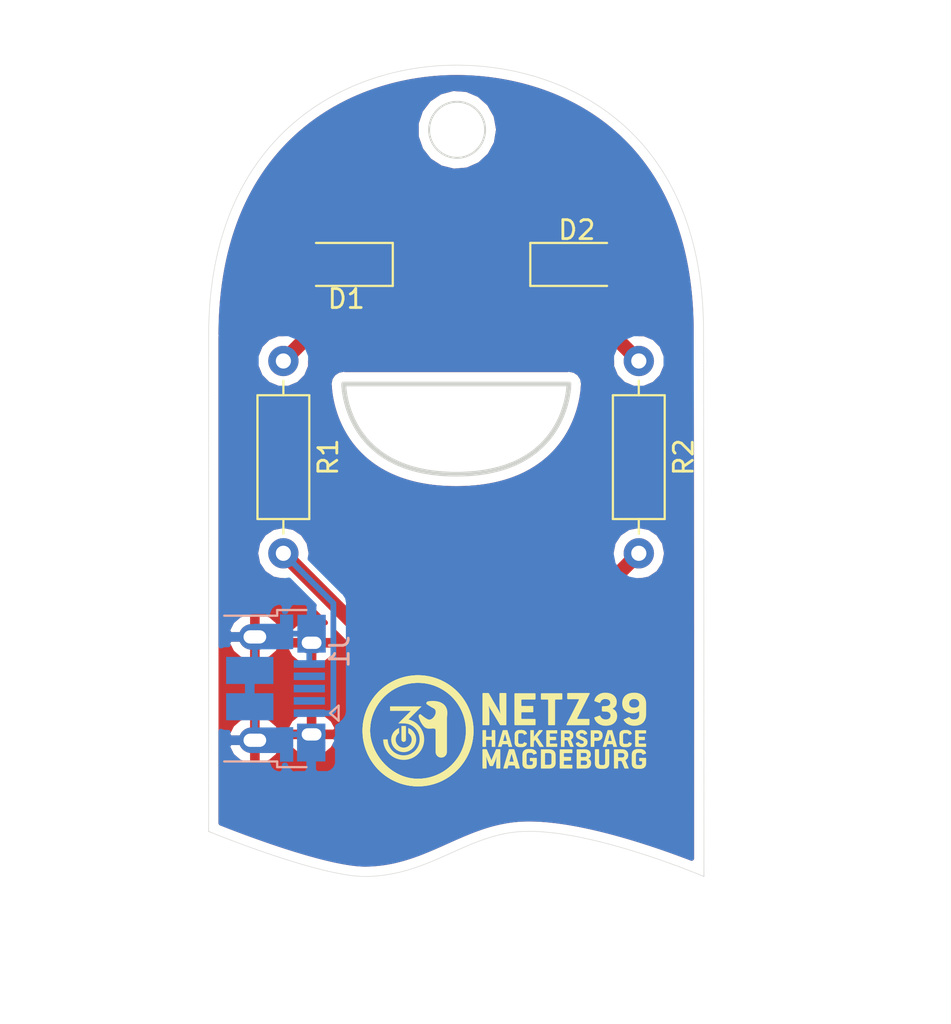
<source format=kicad_pcb>
(kicad_pcb (version 20171130) (host pcbnew 5.0.2+dfsg1-1~bpo9+1)
  (layers (0 F.Cu signal) (31 B.Cu signal) (34 B.Paste user) (35 F.Paste user) (36 B.SilkS user) (37 F.SilkS user) (38 B.Mask user) (39 F.Mask user) (44 Edge.Cuts user))
  (net 0 "")
  (net 1 VCC)
  (net 2 "Net-(D1-Pad2)")
  (net 3 "Net-(D2-Pad2)")
  (net 4 GND)
  (net 5 "Net-(J1-Pad2)")
  (net 6 "Net-(J1-Pad3)")
  (net 7 "Net-(J1-Pad4)")
  (module LED_SMD:LED_1206_3216Metric_Pad1.42x1.75mm_HandSolder (layer F.Cu) (at 127.278 97.79 180)
    (fp_text reference D1 (at 0 -1.82 180) (layer F.SilkS))
    (fp_text value LED)
    (pad 2 smd roundrect (at 1.4875 0 180) (size 1.425 1.75) (layers F.Cu F.Paste F.Mask) (roundrect_rratio 0.175439) (net 2 "Net-(D1-Pad2)"))
    (pad 1 smd roundrect (at -1.4875 0 180) (size 1.425 1.75) (layers F.Cu F.Paste F.Mask) (roundrect_rratio 0.175439) (net 4 GND))
  )
  (module LED_SMD:LED_1206_3216Metric_Pad1.42x1.75mm_HandSolder (layer F.Cu) (at 139.47 97.79)
    (fp_text reference D2 (at 0 -1.82) (layer F.SilkS))
    (fp_text value LED)
    (pad 2 smd roundrect (at 1.4875 0) (size 1.425 1.75) (layers F.Cu F.Paste F.Mask) (roundrect_rratio 0.175439) (net 3 "Net-(D2-Pad2)"))
    (pad 1 smd roundrect (at -1.4875 0) (size 1.425 1.75) (layers F.Cu F.Paste F.Mask) (roundrect_rratio 0.175439) (net 4 GND))
  )
  (module kicad_parts_ghost:ghost_edge (layer F.Cu) (at 133.096 108.712)
    (fp_text reference svg2mod hide)
    (fp_text value G*** hide)
    (fp_line (start -5.951269 -4.601749) (end -5.95128 -4.603857) (layer Edge.Cuts) (width 0.248047))
    (fp_line (start -5.951193 -4.595496) (end -5.951269 -4.601749) (layer Edge.Cuts) (width 0.248047))
    (fp_line (start -5.950988 -4.5852) (end -5.951193 -4.595496) (layer Edge.Cuts) (width 0.248047))
    (fp_line (start -5.950589 -4.570965) (end -5.950988 -4.5852) (layer Edge.Cuts) (width 0.248047))
    (fp_line (start -5.94993 -4.552895) (end -5.950589 -4.570965) (layer Edge.Cuts) (width 0.248047))
    (fp_line (start -5.948947 -4.531094) (end -5.94993 -4.552895) (layer Edge.Cuts) (width 0.248047))
    (fp_line (start -5.947576 -4.505664) (end -5.948947 -4.531094) (layer Edge.Cuts) (width 0.248047))
    (fp_line (start -5.945752 -4.476711) (end -5.947576 -4.505664) (layer Edge.Cuts) (width 0.248047))
    (fp_line (start -5.943409 -4.444337) (end -5.945752 -4.476711) (layer Edge.Cuts) (width 0.248047))
    (fp_line (start -5.940483 -4.408647) (end -5.943409 -4.444337) (layer Edge.Cuts) (width 0.248047))
    (fp_line (start -5.936909 -4.369743) (end -5.940483 -4.408647) (layer Edge.Cuts) (width 0.248047))
    (fp_line (start -5.932622 -4.32773) (end -5.936909 -4.369743) (layer Edge.Cuts) (width 0.248047))
    (fp_line (start -5.927559 -4.282711) (end -5.932622 -4.32773) (layer Edge.Cuts) (width 0.248047))
    (fp_line (start -5.921653 -4.234789) (end -5.927559 -4.282711) (layer Edge.Cuts) (width 0.248047))
    (fp_line (start -5.91484 -4.184069) (end -5.921653 -4.234789) (layer Edge.Cuts) (width 0.248047))
    (fp_line (start -5.907055 -4.130654) (end -5.91484 -4.184069) (layer Edge.Cuts) (width 0.248047))
    (fp_line (start -5.898234 -4.074648) (end -5.907055 -4.130654) (layer Edge.Cuts) (width 0.248047))
    (fp_line (start -5.888311 -4.016154) (end -5.898234 -4.074648) (layer Edge.Cuts) (width 0.248047))
    (fp_line (start -5.877223 -3.955276) (end -5.888311 -4.016154) (layer Edge.Cuts) (width 0.248047))
    (fp_line (start -5.864904 -3.892118) (end -5.877223 -3.955276) (layer Edge.Cuts) (width 0.248047))
    (fp_line (start -5.851289 -3.826783) (end -5.864904 -3.892118) (layer Edge.Cuts) (width 0.248047))
    (fp_line (start -5.836313 -3.759375) (end -5.851289 -3.826783) (layer Edge.Cuts) (width 0.248047))
    (fp_line (start -5.819912 -3.689998) (end -5.836313 -3.759375) (layer Edge.Cuts) (width 0.248047))
    (fp_line (start -5.802022 -3.618755) (end -5.819912 -3.689998) (layer Edge.Cuts) (width 0.248047))
    (fp_line (start -5.782576 -3.54575) (end -5.802022 -3.618755) (layer Edge.Cuts) (width 0.248047))
    (fp_line (start -5.761511 -3.471086) (end -5.782576 -3.54575) (layer Edge.Cuts) (width 0.248047))
    (fp_line (start -5.738762 -3.394868) (end -5.761511 -3.471086) (layer Edge.Cuts) (width 0.248047))
    (fp_line (start -5.714264 -3.317199) (end -5.738762 -3.394868) (layer Edge.Cuts) (width 0.248047))
    (fp_line (start -5.687951 -3.238182) (end -5.714264 -3.317199) (layer Edge.Cuts) (width 0.248047))
    (fp_line (start -5.65976 -3.157921) (end -5.687951 -3.238182) (layer Edge.Cuts) (width 0.248047))
    (fp_line (start -5.629626 -3.076521) (end -5.65976 -3.157921) (layer Edge.Cuts) (width 0.248047))
    (fp_line (start -5.597483 -2.994083) (end -5.629626 -3.076521) (layer Edge.Cuts) (width 0.248047))
    (fp_line (start -5.563267 -2.910713) (end -5.597483 -2.994083) (layer Edge.Cuts) (width 0.248047))
    (fp_line (start -5.526914 -2.826514) (end -5.563267 -2.910713) (layer Edge.Cuts) (width 0.248047))
    (fp_line (start -5.488358 -2.741589) (end -5.526914 -2.826514) (layer Edge.Cuts) (width 0.248047))
    (fp_line (start -5.447534 -2.656042) (end -5.488358 -2.741589) (layer Edge.Cuts) (width 0.248047))
    (fp_line (start -5.404379 -2.569977) (end -5.447534 -2.656042) (layer Edge.Cuts) (width 0.248047))
    (fp_line (start -5.358826 -2.483497) (end -5.404379 -2.569977) (layer Edge.Cuts) (width 0.248047))
    (fp_line (start -5.310812 -2.396706) (end -5.358826 -2.483497) (layer Edge.Cuts) (width 0.248047))
    (fp_line (start -5.260271 -2.309708) (end -5.310812 -2.396706) (layer Edge.Cuts) (width 0.248047))
    (fp_line (start -5.207139 -2.222607) (end -5.260271 -2.309708) (layer Edge.Cuts) (width 0.248047))
    (fp_line (start -5.151351 -2.135505) (end -5.207139 -2.222607) (layer Edge.Cuts) (width 0.248047))
    (fp_line (start -5.092842 -2.048507) (end -5.151351 -2.135505) (layer Edge.Cuts) (width 0.248047))
    (fp_line (start -5.031547 -1.961717) (end -5.092842 -2.048507) (layer Edge.Cuts) (width 0.248047))
    (fp_line (start -4.967402 -1.875237) (end -5.031547 -1.961717) (layer Edge.Cuts) (width 0.248047))
    (fp_line (start -4.900342 -1.789172) (end -4.967402 -1.875237) (layer Edge.Cuts) (width 0.248047))
    (fp_line (start -4.830302 -1.703625) (end -4.900342 -1.789172) (layer Edge.Cuts) (width 0.248047))
    (fp_line (start -4.757217 -1.6187) (end -4.830302 -1.703625) (layer Edge.Cuts) (width 0.248047))
    (fp_line (start -4.681022 -1.5345) (end -4.757217 -1.6187) (layer Edge.Cuts) (width 0.248047))
    (fp_line (start -4.601653 -1.45113) (end -4.681022 -1.5345) (layer Edge.Cuts) (width 0.248047))
    (fp_line (start -4.519045 -1.368693) (end -4.601653 -1.45113) (layer Edge.Cuts) (width 0.248047))
    (fp_line (start -4.433134 -1.287292) (end -4.519045 -1.368693) (layer Edge.Cuts) (width 0.248047))
    (fp_line (start -4.343853 -1.207032) (end -4.433134 -1.287292) (layer Edge.Cuts) (width 0.248047))
    (fp_line (start -4.251139 -1.128015) (end -4.343853 -1.207032) (layer Edge.Cuts) (width 0.248047))
    (fp_line (start -4.154927 -1.050345) (end -4.251139 -1.128015) (layer Edge.Cuts) (width 0.248047))
    (fp_line (start -4.055152 -0.974127) (end -4.154927 -1.050345) (layer Edge.Cuts) (width 0.248047))
    (fp_line (start -3.951749 -0.899464) (end -4.055152 -0.974127) (layer Edge.Cuts) (width 0.248047))
    (fp_line (start -3.844653 -0.826459) (end -3.951749 -0.899464) (layer Edge.Cuts) (width 0.248047))
    (fp_line (start -3.7338 -0.755216) (end -3.844653 -0.826459) (layer Edge.Cuts) (width 0.248047))
    (fp_line (start -3.619125 -0.685838) (end -3.7338 -0.755216) (layer Edge.Cuts) (width 0.248047))
    (fp_line (start -3.500563 -0.61843) (end -3.619125 -0.685838) (layer Edge.Cuts) (width 0.248047))
    (fp_line (start -3.37805 -0.553096) (end -3.500563 -0.61843) (layer Edge.Cuts) (width 0.248047))
    (fp_line (start -3.25152 -0.489937) (end -3.37805 -0.553096) (layer Edge.Cuts) (width 0.248047))
    (fp_line (start -3.120908 -0.42906) (end -3.25152 -0.489937) (layer Edge.Cuts) (width 0.248047))
    (fp_line (start -2.986151 -0.370566) (end -3.120908 -0.42906) (layer Edge.Cuts) (width 0.248047))
    (fp_line (start -2.847182 -0.314559) (end -2.986151 -0.370566) (layer Edge.Cuts) (width 0.248047))
    (fp_line (start -2.703938 -0.261144) (end -2.847182 -0.314559) (layer Edge.Cuts) (width 0.248047))
    (fp_line (start -2.556354 -0.210424) (end -2.703938 -0.261144) (layer Edge.Cuts) (width 0.248047))
    (fp_line (start -2.404365 -0.162503) (end -2.556354 -0.210424) (layer Edge.Cuts) (width 0.248047))
    (fp_line (start -2.247905 -0.117484) (end -2.404365 -0.162503) (layer Edge.Cuts) (width 0.248047))
    (fp_line (start -2.086911 -0.07547) (end -2.247905 -0.117484) (layer Edge.Cuts) (width 0.248047))
    (fp_line (start -1.921317 -0.036567) (end -2.086911 -0.07547) (layer Edge.Cuts) (width 0.248047))
    (fp_line (start -1.751059 -0.000876) (end -1.921317 -0.036567) (layer Edge.Cuts) (width 0.248047))
    (fp_line (start -1.576072 0.031498) (end -1.751059 -0.000876) (layer Edge.Cuts) (width 0.248047))
    (fp_line (start -1.396291 0.060451) (end -1.576072 0.031498) (layer Edge.Cuts) (width 0.248047))
    (fp_line (start -1.211651 0.08588) (end -1.396291 0.060451) (layer Edge.Cuts) (width 0.248047))
    (fp_line (start -1.022088 0.107681) (end -1.211651 0.08588) (layer Edge.Cuts) (width 0.248047))
    (fp_line (start -0.827537 0.125751) (end -1.022088 0.107681) (layer Edge.Cuts) (width 0.248047))
    (fp_line (start -0.627932 0.139986) (end -0.827537 0.125751) (layer Edge.Cuts) (width 0.248047))
    (fp_line (start -0.42321 0.150282) (end -0.627932 0.139986) (layer Edge.Cuts) (width 0.248047))
    (fp_line (start -0.213306 0.156536) (end -0.42321 0.150282) (layer Edge.Cuts) (width 0.248047))
    (fp_line (start 0.001846 0.158643) (end -0.213306 0.156536) (layer Edge.Cuts) (width 0.248047))
    (fp_line (start 0.216998 0.156536) (end 0.001846 0.158643) (layer Edge.Cuts) (width 0.248047))
    (fp_line (start 0.426903 0.150282) (end 0.216998 0.156536) (layer Edge.Cuts) (width 0.248047))
    (fp_line (start 0.631625 0.139986) (end 0.426903 0.150282) (layer Edge.Cuts) (width 0.248047))
    (fp_line (start 0.831229 0.125751) (end 0.631625 0.139986) (layer Edge.Cuts) (width 0.248047))
    (fp_line (start 1.025781 0.107681) (end 0.831229 0.125751) (layer Edge.Cuts) (width 0.248047))
    (fp_line (start 1.215344 0.08588) (end 1.025781 0.107681) (layer Edge.Cuts) (width 0.248047))
    (fp_line (start 1.399983 0.060451) (end 1.215344 0.08588) (layer Edge.Cuts) (width 0.248047))
    (fp_line (start 1.579764 0.031498) (end 1.399983 0.060451) (layer Edge.Cuts) (width 0.248047))
    (fp_line (start 1.754751 -0.000876) (end 1.579764 0.031498) (layer Edge.Cuts) (width 0.248047))
    (fp_line (start 1.92501 -0.036567) (end 1.754751 -0.000876) (layer Edge.Cuts) (width 0.248047))
    (fp_line (start 2.090603 -0.07547) (end 1.92501 -0.036567) (layer Edge.Cuts) (width 0.248047))
    (fp_line (start 2.251597 -0.117484) (end 2.090603 -0.07547) (layer Edge.Cuts) (width 0.248047))
    (fp_line (start 2.408057 -0.162503) (end 2.251597 -0.117484) (layer Edge.Cuts) (width 0.248047))
    (fp_line (start 2.560046 -0.210424) (end 2.408057 -0.162503) (layer Edge.Cuts) (width 0.248047))
    (fp_line (start 2.707631 -0.261144) (end 2.560046 -0.210424) (layer Edge.Cuts) (width 0.248047))
    (fp_line (start 2.850875 -0.314559) (end 2.707631 -0.261144) (layer Edge.Cuts) (width 0.248047))
    (fp_line (start 2.989843 -0.370566) (end 2.850875 -0.314559) (layer Edge.Cuts) (width 0.248047))
    (fp_line (start 3.1246 -0.42906) (end 2.989843 -0.370566) (layer Edge.Cuts) (width 0.248047))
    (fp_line (start 3.255212 -0.489937) (end 3.1246 -0.42906) (layer Edge.Cuts) (width 0.248047))
    (fp_line (start 3.381742 -0.553096) (end 3.255212 -0.489937) (layer Edge.Cuts) (width 0.248047))
    (fp_line (start 3.504256 -0.61843) (end 3.381742 -0.553096) (layer Edge.Cuts) (width 0.248047))
    (fp_line (start 3.622818 -0.685838) (end 3.504256 -0.61843) (layer Edge.Cuts) (width 0.248047))
    (fp_line (start 3.737493 -0.755216) (end 3.622818 -0.685838) (layer Edge.Cuts) (width 0.248047))
    (fp_line (start 3.848345 -0.826459) (end 3.737493 -0.755216) (layer Edge.Cuts) (width 0.248047))
    (fp_line (start 3.955441 -0.899464) (end 3.848345 -0.826459) (layer Edge.Cuts) (width 0.248047))
    (fp_line (start 4.058844 -0.974127) (end 3.955441 -0.899464) (layer Edge.Cuts) (width 0.248047))
    (fp_line (start 4.158619 -1.050345) (end 4.058844 -0.974127) (layer Edge.Cuts) (width 0.248047))
    (fp_line (start 4.254831 -1.128015) (end 4.158619 -1.050345) (layer Edge.Cuts) (width 0.248047))
    (fp_line (start 4.347545 -1.207032) (end 4.254831 -1.128015) (layer Edge.Cuts) (width 0.248047))
    (fp_line (start 4.436826 -1.287292) (end 4.347545 -1.207032) (layer Edge.Cuts) (width 0.248047))
    (fp_line (start 4.522737 -1.368693) (end 4.436826 -1.287292) (layer Edge.Cuts) (width 0.248047))
    (fp_line (start 4.605345 -1.45113) (end 4.522737 -1.368693) (layer Edge.Cuts) (width 0.248047))
    (fp_line (start 4.684714 -1.5345) (end 4.605345 -1.45113) (layer Edge.Cuts) (width 0.248047))
    (fp_line (start 4.760909 -1.6187) (end 4.684714 -1.5345) (layer Edge.Cuts) (width 0.248047))
    (fp_line (start 4.833994 -1.703625) (end 4.760909 -1.6187) (layer Edge.Cuts) (width 0.248047))
    (fp_line (start 4.904034 -1.789172) (end 4.833994 -1.703625) (layer Edge.Cuts) (width 0.248047))
    (fp_line (start 4.971094 -1.875237) (end 4.904034 -1.789172) (layer Edge.Cuts) (width 0.248047))
    (fp_line (start 5.035239 -1.961717) (end 4.971094 -1.875237) (layer Edge.Cuts) (width 0.248047))
    (fp_line (start 5.096534 -2.048507) (end 5.035239 -1.961717) (layer Edge.Cuts) (width 0.248047))
    (fp_line (start 5.155043 -2.135505) (end 5.096534 -2.048507) (layer Edge.Cuts) (width 0.248047))
    (fp_line (start 5.210831 -2.222607) (end 5.155043 -2.135505) (layer Edge.Cuts) (width 0.248047))
    (fp_line (start 5.263963 -2.309708) (end 5.210831 -2.222607) (layer Edge.Cuts) (width 0.248047))
    (fp_line (start 5.314504 -2.396706) (end 5.263963 -2.309708) (layer Edge.Cuts) (width 0.248047))
    (fp_line (start 5.362518 -2.483497) (end 5.314504 -2.396706) (layer Edge.Cuts) (width 0.248047))
    (fp_line (start 5.40807 -2.569977) (end 5.362518 -2.483497) (layer Edge.Cuts) (width 0.248047))
    (fp_line (start 5.451226 -2.656042) (end 5.40807 -2.569977) (layer Edge.Cuts) (width 0.248047))
    (fp_line (start 5.49205 -2.741589) (end 5.451226 -2.656042) (layer Edge.Cuts) (width 0.248047))
    (fp_line (start 5.530606 -2.826514) (end 5.49205 -2.741589) (layer Edge.Cuts) (width 0.248047))
    (fp_line (start 5.566959 -2.910713) (end 5.530606 -2.826514) (layer Edge.Cuts) (width 0.248047))
    (fp_line (start 5.601175 -2.994083) (end 5.566959 -2.910713) (layer Edge.Cuts) (width 0.248047))
    (fp_line (start 5.633318 -3.076521) (end 5.601175 -2.994083) (layer Edge.Cuts) (width 0.248047))
    (fp_line (start 5.663452 -3.157921) (end 5.633318 -3.076521) (layer Edge.Cuts) (width 0.248047))
    (fp_line (start 5.691643 -3.238182) (end 5.663452 -3.157921) (layer Edge.Cuts) (width 0.248047))
    (fp_line (start 5.717955 -3.317199) (end 5.691643 -3.238182) (layer Edge.Cuts) (width 0.248047))
    (fp_line (start 5.742454 -3.394868) (end 5.717955 -3.317199) (layer Edge.Cuts) (width 0.248047))
    (fp_line (start 5.765203 -3.471086) (end 5.742454 -3.394868) (layer Edge.Cuts) (width 0.248047))
    (fp_line (start 5.786268 -3.54575) (end 5.765203 -3.471086) (layer Edge.Cuts) (width 0.248047))
    (fp_line (start 5.805714 -3.618755) (end 5.786268 -3.54575) (layer Edge.Cuts) (width 0.248047))
    (fp_line (start 5.823604 -3.689998) (end 5.805714 -3.618755) (layer Edge.Cuts) (width 0.248047))
    (fp_line (start 5.840005 -3.759375) (end 5.823604 -3.689998) (layer Edge.Cuts) (width 0.248047))
    (fp_line (start 5.85498 -3.826783) (end 5.840005 -3.759375) (layer Edge.Cuts) (width 0.248047))
    (fp_line (start 5.868595 -3.892118) (end 5.85498 -3.826783) (layer Edge.Cuts) (width 0.248047))
    (fp_line (start 5.880915 -3.955276) (end 5.868595 -3.892118) (layer Edge.Cuts) (width 0.248047))
    (fp_line (start 5.892003 -4.016154) (end 5.880915 -3.955276) (layer Edge.Cuts) (width 0.248047))
    (fp_line (start 5.901926 -4.074648) (end 5.892003 -4.016154) (layer Edge.Cuts) (width 0.248047))
    (fp_line (start 5.910747 -4.130654) (end 5.901926 -4.074648) (layer Edge.Cuts) (width 0.248047))
    (fp_line (start 5.918531 -4.184069) (end 5.910747 -4.130654) (layer Edge.Cuts) (width 0.248047))
    (fp_line (start 5.925344 -4.234789) (end 5.918531 -4.184069) (layer Edge.Cuts) (width 0.248047))
    (fp_line (start 5.93125 -4.282711) (end 5.925344 -4.234789) (layer Edge.Cuts) (width 0.248047))
    (fp_line (start 5.936314 -4.32773) (end 5.93125 -4.282711) (layer Edge.Cuts) (width 0.248047))
    (fp_line (start 5.940601 -4.369743) (end 5.936314 -4.32773) (layer Edge.Cuts) (width 0.248047))
    (fp_line (start 5.944174 -4.408647) (end 5.940601 -4.369743) (layer Edge.Cuts) (width 0.248047))
    (fp_line (start 5.9471 -4.444337) (end 5.944174 -4.408647) (layer Edge.Cuts) (width 0.248047))
    (fp_line (start 5.949443 -4.476711) (end 5.9471 -4.444337) (layer Edge.Cuts) (width 0.248047))
    (fp_line (start 5.951268 -4.505664) (end 5.949443 -4.476711) (layer Edge.Cuts) (width 0.248047))
    (fp_line (start 5.952639 -4.531094) (end 5.951268 -4.505664) (layer Edge.Cuts) (width 0.248047))
    (fp_line (start 5.953622 -4.552895) (end 5.952639 -4.531094) (layer Edge.Cuts) (width 0.248047))
    (fp_line (start 5.95428 -4.570965) (end 5.953622 -4.552895) (layer Edge.Cuts) (width 0.248047))
    (fp_line (start 5.95468 -4.5852) (end 5.95428 -4.570965) (layer Edge.Cuts) (width 0.248047))
    (fp_line (start 5.954885 -4.595496) (end 5.95468 -4.5852) (layer Edge.Cuts) (width 0.248047))
    (fp_line (start 5.954961 -4.601749) (end 5.954885 -4.595496) (layer Edge.Cuts) (width 0.248047))
    (fp_line (start 5.954971 -4.603857) (end 5.954961 -4.601749) (layer Edge.Cuts) (width 0.248047))
    (fp_line (start -5.95128 -4.603857) (end 5.954971 -4.603857) (layer Edge.Cuts) (width 0.248047))
    (fp_line (start -5.951269 -4.601749) (end -5.95128 -4.603857) (layer Edge.Cuts) (width 0.026458))
    (fp_line (start -5.951193 -4.595496) (end -5.951269 -4.601749) (layer Edge.Cuts) (width 0.026458))
    (fp_line (start -5.950988 -4.5852) (end -5.951193 -4.595496) (layer Edge.Cuts) (width 0.026458))
    (fp_line (start -5.950588 -4.570965) (end -5.950988 -4.5852) (layer Edge.Cuts) (width 0.026458))
    (fp_line (start -5.94993 -4.552895) (end -5.950588 -4.570965) (layer Edge.Cuts) (width 0.026458))
    (fp_line (start -5.948947 -4.531094) (end -5.94993 -4.552895) (layer Edge.Cuts) (width 0.026458))
    (fp_line (start -5.947576 -4.505665) (end -5.948947 -4.531094) (layer Edge.Cuts) (width 0.026458))
    (fp_line (start -5.945751 -4.476711) (end -5.947576 -4.505665) (layer Edge.Cuts) (width 0.026458))
    (fp_line (start -5.943408 -4.444338) (end -5.945751 -4.476711) (layer Edge.Cuts) (width 0.026458))
    (fp_line (start -5.940482 -4.408647) (end -5.943408 -4.444338) (layer Edge.Cuts) (width 0.026458))
    (fp_line (start -5.936909 -4.369743) (end -5.940482 -4.408647) (layer Edge.Cuts) (width 0.026458))
    (fp_line (start -5.932622 -4.32773) (end -5.936909 -4.369743) (layer Edge.Cuts) (width 0.026458))
    (fp_line (start -5.927558 -4.282711) (end -5.932622 -4.32773) (layer Edge.Cuts) (width 0.026458))
    (fp_line (start -5.921653 -4.234789) (end -5.927558 -4.282711) (layer Edge.Cuts) (width 0.026458))
    (fp_line (start -5.91484 -4.184069) (end -5.921653 -4.234789) (layer Edge.Cuts) (width 0.026458))
    (fp_line (start -5.907055 -4.130654) (end -5.91484 -4.184069) (layer Edge.Cuts) (width 0.026458))
    (fp_line (start -5.898234 -4.074648) (end -5.907055 -4.130654) (layer Edge.Cuts) (width 0.026458))
    (fp_line (start -5.888311 -4.016154) (end -5.898234 -4.074648) (layer Edge.Cuts) (width 0.026458))
    (fp_line (start -5.877223 -3.955276) (end -5.888311 -4.016154) (layer Edge.Cuts) (width 0.026458))
    (fp_line (start -5.864903 -3.892118) (end -5.877223 -3.955276) (layer Edge.Cuts) (width 0.026458))
    (fp_line (start -5.851288 -3.826783) (end -5.864903 -3.892118) (layer Edge.Cuts) (width 0.026458))
    (fp_line (start -5.836313 -3.759375) (end -5.851288 -3.826783) (layer Edge.Cuts) (width 0.026458))
    (fp_line (start -5.819912 -3.689998) (end -5.836313 -3.759375) (layer Edge.Cuts) (width 0.026458))
    (fp_line (start -5.802022 -3.618755) (end -5.819912 -3.689998) (layer Edge.Cuts) (width 0.026458))
    (fp_line (start -5.782576 -3.54575) (end -5.802022 -3.618755) (layer Edge.Cuts) (width 0.026458))
    (fp_line (start -5.761511 -3.471087) (end -5.782576 -3.54575) (layer Edge.Cuts) (width 0.026458))
    (fp_line (start -5.738762 -3.394868) (end -5.761511 -3.471087) (layer Edge.Cuts) (width 0.026458))
    (fp_line (start -5.714264 -3.317199) (end -5.738762 -3.394868) (layer Edge.Cuts) (width 0.026458))
    (fp_line (start -5.687951 -3.238182) (end -5.714264 -3.317199) (layer Edge.Cuts) (width 0.026458))
    (fp_line (start -5.65976 -3.157922) (end -5.687951 -3.238182) (layer Edge.Cuts) (width 0.026458))
    (fp_line (start -5.629626 -3.076521) (end -5.65976 -3.157922) (layer Edge.Cuts) (width 0.026458))
    (fp_line (start -5.597483 -2.994083) (end -5.629626 -3.076521) (layer Edge.Cuts) (width 0.026458))
    (fp_line (start -5.563267 -2.910713) (end -5.597483 -2.994083) (layer Edge.Cuts) (width 0.026458))
    (fp_line (start -5.526914 -2.826514) (end -5.563267 -2.910713) (layer Edge.Cuts) (width 0.026458))
    (fp_line (start -5.488358 -2.741589) (end -5.526914 -2.826514) (layer Edge.Cuts) (width 0.026458))
    (fp_line (start -5.447534 -2.656042) (end -5.488358 -2.741589) (layer Edge.Cuts) (width 0.026458))
    (fp_line (start -5.404379 -2.569977) (end -5.447534 -2.656042) (layer Edge.Cuts) (width 0.026458))
    (fp_line (start -5.358826 -2.483497) (end -5.404379 -2.569977) (layer Edge.Cuts) (width 0.026458))
    (fp_line (start -5.310812 -2.396707) (end -5.358826 -2.483497) (layer Edge.Cuts) (width 0.026458))
    (fp_line (start -5.260271 -2.309709) (end -5.310812 -2.396707) (layer Edge.Cuts) (width 0.026458))
    (fp_line (start -5.207139 -2.222607) (end -5.260271 -2.309709) (layer Edge.Cuts) (width 0.026458))
    (fp_line (start -5.151351 -2.135505) (end -5.207139 -2.222607) (layer Edge.Cuts) (width 0.026458))
    (fp_line (start -5.092842 -2.048507) (end -5.151351 -2.135505) (layer Edge.Cuts) (width 0.026458))
    (fp_line (start -5.031547 -1.961717) (end -5.092842 -2.048507) (layer Edge.Cuts) (width 0.026458))
    (fp_line (start -4.967402 -1.875237) (end -5.031547 -1.961717) (layer Edge.Cuts) (width 0.026458))
    (fp_line (start -4.900342 -1.789172) (end -4.967402 -1.875237) (layer Edge.Cuts) (width 0.026458))
    (fp_line (start -4.830301 -1.703625) (end -4.900342 -1.789172) (layer Edge.Cuts) (width 0.026458))
    (fp_line (start -4.757217 -1.6187) (end -4.830301 -1.703625) (layer Edge.Cuts) (width 0.026458))
    (fp_line (start -4.681022 -1.534501) (end -4.757217 -1.6187) (layer Edge.Cuts) (width 0.026458))
    (fp_line (start -4.601653 -1.451131) (end -4.681022 -1.534501) (layer Edge.Cuts) (width 0.026458))
    (fp_line (start -4.519045 -1.368693) (end -4.601653 -1.451131) (layer Edge.Cuts) (width 0.026458))
    (fp_line (start -4.433133 -1.287292) (end -4.519045 -1.368693) (layer Edge.Cuts) (width 0.026458))
    (fp_line (start -4.343853 -1.207032) (end -4.433133 -1.287292) (layer Edge.Cuts) (width 0.026458))
    (fp_line (start -4.251139 -1.128015) (end -4.343853 -1.207032) (layer Edge.Cuts) (width 0.026458))
    (fp_line (start -4.154927 -1.050346) (end -4.251139 -1.128015) (layer Edge.Cuts) (width 0.026458))
    (fp_line (start -4.055152 -0.974127) (end -4.154927 -1.050346) (layer Edge.Cuts) (width 0.026458))
    (fp_line (start -3.951749 -0.899464) (end -4.055152 -0.974127) (layer Edge.Cuts) (width 0.026458))
    (fp_line (start -3.844653 -0.826459) (end -3.951749 -0.899464) (layer Edge.Cuts) (width 0.026458))
    (fp_line (start -3.7338 -0.755216) (end -3.844653 -0.826459) (layer Edge.Cuts) (width 0.026458))
    (fp_line (start -3.619125 -0.685839) (end -3.7338 -0.755216) (layer Edge.Cuts) (width 0.026458))
    (fp_line (start -3.500563 -0.618431) (end -3.619125 -0.685839) (layer Edge.Cuts) (width 0.026458))
    (fp_line (start -3.37805 -0.553096) (end -3.500563 -0.618431) (layer Edge.Cuts) (width 0.026458))
    (fp_line (start -3.251519 -0.489938) (end -3.37805 -0.553096) (layer Edge.Cuts) (width 0.026458))
    (fp_line (start -3.120908 -0.42906) (end -3.251519 -0.489938) (layer Edge.Cuts) (width 0.026458))
    (fp_line (start -2.986151 -0.370566) (end -3.120908 -0.42906) (layer Edge.Cuts) (width 0.026458))
    (fp_line (start -2.847182 -0.31456) (end -2.986151 -0.370566) (layer Edge.Cuts) (width 0.026458))
    (fp_line (start -2.703938 -0.261145) (end -2.847182 -0.31456) (layer Edge.Cuts) (width 0.026458))
    (fp_line (start -2.556354 -0.210425) (end -2.703938 -0.261145) (layer Edge.Cuts) (width 0.026458))
    (fp_line (start -2.404364 -0.162503) (end -2.556354 -0.210425) (layer Edge.Cuts) (width 0.026458))
    (fp_line (start -2.247905 -0.117484) (end -2.404364 -0.162503) (layer Edge.Cuts) (width 0.026458))
    (fp_line (start -2.086911 -0.075471) (end -2.247905 -0.117484) (layer Edge.Cuts) (width 0.026458))
    (fp_line (start -1.921317 -0.036567) (end -2.086911 -0.075471) (layer Edge.Cuts) (width 0.026458))
    (fp_line (start -1.751059 -0.000876) (end -1.921317 -0.036567) (layer Edge.Cuts) (width 0.026458))
    (fp_line (start -1.576072 0.031497) (end -1.751059 -0.000876) (layer Edge.Cuts) (width 0.026458))
    (fp_line (start -1.396291 0.060451) (end -1.576072 0.031497) (layer Edge.Cuts) (width 0.026458))
    (fp_line (start -1.211651 0.08588) (end -1.396291 0.060451) (layer Edge.Cuts) (width 0.026458))
    (fp_line (start -1.022088 0.107681) (end -1.211651 0.08588) (layer Edge.Cuts) (width 0.026458))
    (fp_line (start -0.827537 0.125751) (end -1.022088 0.107681) (layer Edge.Cuts) (width 0.026458))
    (fp_line (start -0.627932 0.139986) (end -0.827537 0.125751) (layer Edge.Cuts) (width 0.026458))
    (fp_line (start -0.42321 0.150282) (end -0.627932 0.139986) (layer Edge.Cuts) (width 0.026458))
    (fp_line (start -0.213306 0.156535) (end -0.42321 0.150282) (layer Edge.Cuts) (width 0.026458))
    (fp_line (start 0.001847 0.158643) (end -0.213306 0.156535) (layer Edge.Cuts) (width 0.026458))
    (fp_line (start 0.219622 0.156483) (end 0.001847 0.158643) (layer Edge.Cuts) (width 0.026458))
    (fp_line (start 0.43202 0.150076) (end 0.219622 0.156483) (layer Edge.Cuts) (width 0.026458))
    (fp_line (start 0.639109 0.139528) (end 0.43202 0.150076) (layer Edge.Cuts) (width 0.026458))
    (fp_line (start 0.840955 0.124948) (end 0.639109 0.139528) (layer Edge.Cuts) (width 0.026458))
    (fp_line (start 1.037626 0.106442) (end 0.840955 0.124948) (layer Edge.Cuts) (width 0.026458))
    (fp_line (start 1.229189 0.084119) (end 1.037626 0.106442) (layer Edge.Cuts) (width 0.026458))
    (fp_line (start 1.415711 0.058086) (end 1.229189 0.084119) (layer Edge.Cuts) (width 0.026458))
    (fp_line (start 1.597259 0.028451) (end 1.415711 0.058086) (layer Edge.Cuts) (width 0.026458))
    (fp_line (start 1.773902 -0.00468) (end 1.597259 0.028451) (layer Edge.Cuts) (width 0.026458))
    (fp_line (start 1.945704 -0.041198) (end 1.773902 -0.00468) (layer Edge.Cuts) (width 0.026458))
    (fp_line (start 2.112735 -0.080996) (end 1.945704 -0.041198) (layer Edge.Cuts) (width 0.026458))
    (fp_line (start 2.275061 -0.123966) (end 2.112735 -0.080996) (layer Edge.Cuts) (width 0.026458))
    (fp_line (start 2.43275 -0.170002) (end 2.275061 -0.123966) (layer Edge.Cuts) (width 0.026458))
    (fp_line (start 2.585868 -0.218994) (end 2.43275 -0.170002) (layer Edge.Cuts) (width 0.026458))
    (fp_line (start 2.734483 -0.270836) (end 2.585868 -0.218994) (layer Edge.Cuts) (width 0.026458))
    (fp_line (start 2.878662 -0.325421) (end 2.734483 -0.270836) (layer Edge.Cuts) (width 0.026458))
    (fp_line (start 3.018472 -0.38264) (end 2.878662 -0.325421) (layer Edge.Cuts) (width 0.026458))
    (fp_line (start 3.153981 -0.442386) (end 3.018472 -0.38264) (layer Edge.Cuts) (width 0.026458))
    (fp_line (start 3.285256 -0.504552) (end 3.153981 -0.442386) (layer Edge.Cuts) (width 0.026458))
    (fp_line (start 3.412363 -0.569029) (end 3.285256 -0.504552) (layer Edge.Cuts) (width 0.026458))
    (fp_line (start 3.535371 -0.635712) (end 3.412363 -0.569029) (layer Edge.Cuts) (width 0.026458))
    (fp_line (start 3.654346 -0.704491) (end 3.535371 -0.635712) (layer Edge.Cuts) (width 0.026458))
    (fp_line (start 3.769355 -0.77526) (end 3.654346 -0.704491) (layer Edge.Cuts) (width 0.026458))
    (fp_line (start 3.880466 -0.847911) (end 3.769355 -0.77526) (layer Edge.Cuts) (width 0.026458))
    (fp_line (start 3.987747 -0.922336) (end 3.880466 -0.847911) (layer Edge.Cuts) (width 0.026458))
    (fp_line (start 4.091263 -0.998428) (end 3.987747 -0.922336) (layer Edge.Cuts) (width 0.026458))
    (fp_line (start 4.191083 -1.076079) (end 4.091263 -0.998428) (layer Edge.Cuts) (width 0.026458))
    (fp_line (start 4.287273 -1.155182) (end 4.191083 -1.076079) (layer Edge.Cuts) (width 0.026458))
    (fp_line (start 4.379901 -1.235629) (end 4.287273 -1.155182) (layer Edge.Cuts) (width 0.026458))
    (fp_line (start 4.469034 -1.317313) (end 4.379901 -1.235629) (layer Edge.Cuts) (width 0.026458))
    (fp_line (start 4.55474 -1.400126) (end 4.469034 -1.317313) (layer Edge.Cuts) (width 0.026458))
    (fp_line (start 4.637084 -1.483961) (end 4.55474 -1.400126) (layer Edge.Cuts) (width 0.026458))
    (fp_line (start 4.716136 -1.56871) (end 4.637084 -1.483961) (layer Edge.Cuts) (width 0.026458))
    (fp_line (start 4.791961 -1.654265) (end 4.716136 -1.56871) (layer Edge.Cuts) (width 0.026458))
    (fp_line (start 4.864628 -1.740519) (end 4.791961 -1.654265) (layer Edge.Cuts) (width 0.026458))
    (fp_line (start 4.934202 -1.827365) (end 4.864628 -1.740519) (layer Edge.Cuts) (width 0.026458))
    (fp_line (start 5.000753 -1.914695) (end 4.934202 -1.827365) (layer Edge.Cuts) (width 0.026458))
    (fp_line (start 5.064346 -2.002401) (end 5.000753 -1.914695) (layer Edge.Cuts) (width 0.026458))
    (fp_line (start 5.125048 -2.090376) (end 5.064346 -2.002401) (layer Edge.Cuts) (width 0.026458))
    (fp_line (start 5.182928 -2.178512) (end 5.125048 -2.090376) (layer Edge.Cuts) (width 0.026458))
    (fp_line (start 5.238053 -2.266702) (end 5.182928 -2.178512) (layer Edge.Cuts) (width 0.026458))
    (fp_line (start 5.290489 -2.354838) (end 5.238053 -2.266702) (layer Edge.Cuts) (width 0.026458))
    (fp_line (start 5.340303 -2.442813) (end 5.290489 -2.354838) (layer Edge.Cuts) (width 0.026458))
    (fp_line (start 5.387564 -2.530519) (end 5.340303 -2.442813) (layer Edge.Cuts) (width 0.026458))
    (fp_line (start 5.432338 -2.617849) (end 5.387564 -2.530519) (layer Edge.Cuts) (width 0.026458))
    (fp_line (start 5.474692 -2.704695) (end 5.432338 -2.617849) (layer Edge.Cuts) (width 0.026458))
    (fp_line (start 5.514694 -2.790949) (end 5.474692 -2.704695) (layer Edge.Cuts) (width 0.026458))
    (fp_line (start 5.55241 -2.876504) (end 5.514694 -2.790949) (layer Edge.Cuts) (width 0.026458))
    (fp_line (start 5.587909 -2.961253) (end 5.55241 -2.876504) (layer Edge.Cuts) (width 0.026458))
    (fp_line (start 5.621257 -3.045088) (end 5.587909 -2.961253) (layer Edge.Cuts) (width 0.026458))
    (fp_line (start 5.652521 -3.127901) (end 5.621257 -3.045088) (layer Edge.Cuts) (width 0.026458))
    (fp_line (start 5.681769 -3.209585) (end 5.652521 -3.127901) (layer Edge.Cuts) (width 0.026458))
    (fp_line (start 5.709068 -3.290032) (end 5.681769 -3.209585) (layer Edge.Cuts) (width 0.026458))
    (fp_line (start 5.734485 -3.369135) (end 5.709068 -3.290032) (layer Edge.Cuts) (width 0.026458))
    (fp_line (start 5.758088 -3.446786) (end 5.734485 -3.369135) (layer Edge.Cuts) (width 0.026458))
    (fp_line (start 5.779943 -3.522878) (end 5.758088 -3.446786) (layer Edge.Cuts) (width 0.026458))
    (fp_line (start 5.800117 -3.597303) (end 5.779943 -3.522878) (layer Edge.Cuts) (width 0.026458))
    (fp_line (start 5.818679 -3.669954) (end 5.800117 -3.597303) (layer Edge.Cuts) (width 0.026458))
    (fp_line (start 5.835694 -3.740723) (end 5.818679 -3.669954) (layer Edge.Cuts) (width 0.026458))
    (fp_line (start 5.851231 -3.809502) (end 5.835694 -3.740723) (layer Edge.Cuts) (width 0.026458))
    (fp_line (start 5.865357 -3.876185) (end 5.851231 -3.809502) (layer Edge.Cuts) (width 0.026458))
    (fp_line (start 5.878138 -3.940662) (end 5.865357 -3.876185) (layer Edge.Cuts) (width 0.026458))
    (fp_line (start 5.889642 -4.002828) (end 5.878138 -3.940662) (layer Edge.Cuts) (width 0.026458))
    (fp_line (start 5.899937 -4.062574) (end 5.889642 -4.002828) (layer Edge.Cuts) (width 0.026458))
    (fp_line (start 5.909089 -4.119793) (end 5.899937 -4.062574) (layer Edge.Cuts) (width 0.026458))
    (fp_line (start 5.917165 -4.174378) (end 5.909089 -4.119793) (layer Edge.Cuts) (width 0.026458))
    (fp_line (start 5.924234 -4.22622) (end 5.917165 -4.174378) (layer Edge.Cuts) (width 0.026458))
    (fp_line (start 5.930361 -4.275212) (end 5.924234 -4.22622) (layer Edge.Cuts) (width 0.026458))
    (fp_line (start 5.935615 -4.321248) (end 5.930361 -4.275212) (layer Edge.Cuts) (width 0.026458))
    (fp_line (start 5.940062 -4.364218) (end 5.935615 -4.321248) (layer Edge.Cuts) (width 0.026458))
    (fp_line (start 5.94377 -4.404016) (end 5.940062 -4.364218) (layer Edge.Cuts) (width 0.026458))
    (fp_line (start 5.946805 -4.440534) (end 5.94377 -4.404016) (layer Edge.Cuts) (width 0.026458))
    (fp_line (start 5.949236 -4.473665) (end 5.946805 -4.440534) (layer Edge.Cuts) (width 0.026458))
    (fp_line (start 5.951129 -4.5033) (end 5.949236 -4.473665) (layer Edge.Cuts) (width 0.026458))
    (fp_line (start 5.952552 -4.529333) (end 5.951129 -4.5033) (layer Edge.Cuts) (width 0.026458))
    (fp_line (start 5.953571 -4.551656) (end 5.952552 -4.529333) (layer Edge.Cuts) (width 0.026458))
    (fp_line (start 5.954255 -4.570162) (end 5.953571 -4.551656) (layer Edge.Cuts) (width 0.026458))
    (fp_line (start 5.954669 -4.584742) (end 5.954255 -4.570162) (layer Edge.Cuts) (width 0.026458))
    (fp_line (start 5.954882 -4.59529) (end 5.954669 -4.584742) (layer Edge.Cuts) (width 0.026458))
    (fp_line (start 5.95496 -4.601697) (end 5.954882 -4.59529) (layer Edge.Cuts) (width 0.026458))
    (fp_line (start 5.954972 -4.603857) (end 5.95496 -4.601697) (layer Edge.Cuts) (width 0.026458))
    (fp_line (start -5.95128 -4.603857) (end 5.954972 -4.603857) (layer Edge.Cuts) (width 0.026458))
    (fp_line (start -13.096875 -7.161605) (end -13.096865 -7.161605) (layer Edge.Cuts) (width 0.026458))
    (fp_line (start -13.096875 -7.017474) (end -13.096875 -7.161605) (layer Edge.Cuts) (width 0.026458))
    (fp_line (start -13.096875 -6.872279) (end -13.096875 -7.017474) (layer Edge.Cuts) (width 0.026458))
    (fp_line (start -13.096875 -6.726037) (end -13.096875 -6.872279) (layer Edge.Cuts) (width 0.026458))
    (fp_line (start -13.096875 -6.578768) (end -13.096875 -6.726037) (layer Edge.Cuts) (width 0.026458))
    (fp_line (start -13.096875 -6.430488) (end -13.096875 -6.578768) (layer Edge.Cuts) (width 0.026458))
    (fp_line (start -13.096875 -6.281217) (end -13.096875 -6.430488) (layer Edge.Cuts) (width 0.026458))
    (fp_line (start -13.096875 -6.130973) (end -13.096875 -6.281217) (layer Edge.Cuts) (width 0.026458))
    (fp_line (start -13.096875 -5.979773) (end -13.096875 -6.130973) (layer Edge.Cuts) (width 0.026458))
    (fp_line (start -13.096875 -5.827636) (end -13.096875 -5.979773) (layer Edge.Cuts) (width 0.026458))
    (fp_line (start -13.096875 -5.674579) (end -13.096875 -5.827636) (layer Edge.Cuts) (width 0.026458))
    (fp_line (start -13.096875 -5.520621) (end -13.096875 -5.674579) (layer Edge.Cuts) (width 0.026458))
    (fp_line (start -13.096875 -5.365781) (end -13.096875 -5.520621) (layer Edge.Cuts) (width 0.026458))
    (fp_line (start -13.096875 -5.210076) (end -13.096875 -5.365781) (layer Edge.Cuts) (width 0.026458))
    (fp_line (start -13.096875 -5.053524) (end -13.096875 -5.210076) (layer Edge.Cuts) (width 0.026458))
    (fp_line (start -13.096875 -4.896143) (end -13.096875 -5.053524) (layer Edge.Cuts) (width 0.026458))
    (fp_line (start -13.096875 -4.737952) (end -13.096875 -4.896143) (layer Edge.Cuts) (width 0.026458))
    (fp_line (start -13.096875 -4.578969) (end -13.096875 -4.737952) (layer Edge.Cuts) (width 0.026458))
    (fp_line (start -13.096875 -4.419212) (end -13.096875 -4.578969) (layer Edge.Cuts) (width 0.026458))
    (fp_line (start -13.096875 -4.258698) (end -13.096875 -4.419212) (layer Edge.Cuts) (width 0.026458))
    (fp_line (start -13.096875 -4.097447) (end -13.096875 -4.258698) (layer Edge.Cuts) (width 0.026458))
    (fp_line (start -13.096875 -3.935476) (end -13.096875 -4.097447) (layer Edge.Cuts) (width 0.026458))
    (fp_line (start -13.096875 -3.772803) (end -13.096875 -3.935476) (layer Edge.Cuts) (width 0.026458))
    (fp_line (start -13.096875 -3.609447) (end -13.096875 -3.772803) (layer Edge.Cuts) (width 0.026458))
    (fp_line (start -13.096875 -3.445425) (end -13.096875 -3.609447) (layer Edge.Cuts) (width 0.026458))
    (fp_line (start -13.096875 -3.280757) (end -13.096875 -3.445425) (layer Edge.Cuts) (width 0.026458))
    (fp_line (start -13.096875 -3.115459) (end -13.096875 -3.280757) (layer Edge.Cuts) (width 0.026458))
    (fp_line (start -13.096875 -2.94955) (end -13.096875 -3.115459) (layer Edge.Cuts) (width 0.026458))
    (fp_line (start -13.096875 -2.783048) (end -13.096875 -2.94955) (layer Edge.Cuts) (width 0.026458))
    (fp_line (start -13.096875 -2.615972) (end -13.096875 -2.783048) (layer Edge.Cuts) (width 0.026458))
    (fp_line (start -13.096875 -2.448339) (end -13.096875 -2.615972) (layer Edge.Cuts) (width 0.026458))
    (fp_line (start -13.096875 -2.280167) (end -13.096875 -2.448339) (layer Edge.Cuts) (width 0.026458))
    (fp_line (start -13.096875 -2.111475) (end -13.096875 -2.280167) (layer Edge.Cuts) (width 0.026458))
    (fp_line (start -13.096875 -1.942281) (end -13.096875 -2.111475) (layer Edge.Cuts) (width 0.026458))
    (fp_line (start -13.096875 -1.772603) (end -13.096875 -1.942281) (layer Edge.Cuts) (width 0.026458))
    (fp_line (start -13.096875 -1.602459) (end -13.096875 -1.772603) (layer Edge.Cuts) (width 0.026458))
    (fp_line (start -13.096875 -1.431867) (end -13.096875 -1.602459) (layer Edge.Cuts) (width 0.026458))
    (fp_line (start -13.096875 -1.260846) (end -13.096875 -1.431867) (layer Edge.Cuts) (width 0.026458))
    (fp_line (start -13.096875 -1.089413) (end -13.096875 -1.260846) (layer Edge.Cuts) (width 0.026458))
    (fp_line (start -13.096875 -0.917586) (end -13.096875 -1.089413) (layer Edge.Cuts) (width 0.026458))
    (fp_line (start -13.096875 -0.745384) (end -13.096875 -0.917586) (layer Edge.Cuts) (width 0.026458))
    (fp_line (start -13.096875 -0.572825) (end -13.096875 -0.745384) (layer Edge.Cuts) (width 0.026458))
    (fp_line (start -13.096875 -0.399927) (end -13.096875 -0.572825) (layer Edge.Cuts) (width 0.026458))
    (fp_line (start -13.096875 -0.226709) (end -13.096875 -0.399927) (layer Edge.Cuts) (width 0.026458))
    (fp_line (start -13.096875 -0.053187) (end -13.096875 -0.226709) (layer Edge.Cuts) (width 0.026458))
    (fp_line (start -13.096875 0.120619) (end -13.096875 -0.053187) (layer Edge.Cuts) (width 0.026458))
    (fp_line (start -13.096875 0.294692) (end -13.096875 0.120619) (layer Edge.Cuts) (width 0.026458))
    (fp_line (start -13.096875 0.469013) (end -13.096875 0.294692) (layer Edge.Cuts) (width 0.026458))
    (fp_line (start -13.096875 0.643565) (end -13.096875 0.469013) (layer Edge.Cuts) (width 0.026458))
    (fp_line (start -13.096875 0.818328) (end -13.096875 0.643565) (layer Edge.Cuts) (width 0.026458))
    (fp_line (start -13.096875 0.993286) (end -13.096875 0.818328) (layer Edge.Cuts) (width 0.026458))
    (fp_line (start -13.096875 1.168419) (end -13.096875 0.993286) (layer Edge.Cuts) (width 0.026458))
    (fp_line (start -13.096875 1.343711) (end -13.096875 1.168419) (layer Edge.Cuts) (width 0.026458))
    (fp_line (start -13.096875 1.519141) (end -13.096875 1.343711) (layer Edge.Cuts) (width 0.026458))
    (fp_line (start -13.096875 1.694694) (end -13.096875 1.519141) (layer Edge.Cuts) (width 0.026458))
    (fp_line (start -13.096875 1.870349) (end -13.096875 1.694694) (layer Edge.Cuts) (width 0.026458))
    (fp_line (start -13.096875 2.04609) (end -13.096875 1.870349) (layer Edge.Cuts) (width 0.026458))
    (fp_line (start -13.096875 2.221898) (end -13.096875 2.04609) (layer Edge.Cuts) (width 0.026458))
    (fp_line (start -13.096875 2.397755) (end -13.096875 2.221898) (layer Edge.Cuts) (width 0.026458))
    (fp_line (start -13.096875 2.573642) (end -13.096875 2.397755) (layer Edge.Cuts) (width 0.026458))
    (fp_line (start -13.096875 2.749543) (end -13.096875 2.573642) (layer Edge.Cuts) (width 0.026458))
    (fp_line (start -13.096875 2.925437) (end -13.096875 2.749543) (layer Edge.Cuts) (width 0.026458))
    (fp_line (start -13.096875 3.101309) (end -13.096875 2.925437) (layer Edge.Cuts) (width 0.026458))
    (fp_line (start -13.096875 3.277138) (end -13.096875 3.101309) (layer Edge.Cuts) (width 0.026458))
    (fp_line (start -13.096875 3.452908) (end -13.096875 3.277138) (layer Edge.Cuts) (width 0.026458))
    (fp_line (start -13.096875 3.6286) (end -13.096875 3.452908) (layer Edge.Cuts) (width 0.026458))
    (fp_line (start -13.096875 3.804196) (end -13.096875 3.6286) (layer Edge.Cuts) (width 0.026458))
    (fp_line (start -13.096875 3.979677) (end -13.096875 3.804196) (layer Edge.Cuts) (width 0.026458))
    (fp_line (start -13.096875 4.155026) (end -13.096875 3.979677) (layer Edge.Cuts) (width 0.026458))
    (fp_line (start -13.096875 4.330225) (end -13.096875 4.155026) (layer Edge.Cuts) (width 0.026458))
    (fp_line (start -13.096875 4.505255) (end -13.096875 4.330225) (layer Edge.Cuts) (width 0.026458))
    (fp_line (start -13.096875 4.680099) (end -13.096875 4.505255) (layer Edge.Cuts) (width 0.026458))
    (fp_line (start -13.096875 4.854737) (end -13.096875 4.680099) (layer Edge.Cuts) (width 0.026458))
    (fp_line (start -13.096875 5.029153) (end -13.096875 4.854737) (layer Edge.Cuts) (width 0.026458))
    (fp_line (start -13.096875 5.203327) (end -13.096875 5.029153) (layer Edge.Cuts) (width 0.026458))
    (fp_line (start -13.096875 5.377242) (end -13.096875 5.203327) (layer Edge.Cuts) (width 0.026458))
    (fp_line (start -13.096875 5.55088) (end -13.096875 5.377242) (layer Edge.Cuts) (width 0.026458))
    (fp_line (start -13.096875 5.724222) (end -13.096875 5.55088) (layer Edge.Cuts) (width 0.026458))
    (fp_line (start -13.096875 5.89725) (end -13.096875 5.724222) (layer Edge.Cuts) (width 0.026458))
    (fp_line (start -13.096875 6.069947) (end -13.096875 5.89725) (layer Edge.Cuts) (width 0.026458))
    (fp_line (start -13.096875 6.242294) (end -13.096875 6.069947) (layer Edge.Cuts) (width 0.026458))
    (fp_line (start -13.096875 6.414273) (end -13.096875 6.242294) (layer Edge.Cuts) (width 0.026458))
    (fp_line (start -13.096875 6.585866) (end -13.096875 6.414273) (layer Edge.Cuts) (width 0.026458))
    (fp_line (start -13.096875 6.757054) (end -13.096875 6.585866) (layer Edge.Cuts) (width 0.026458))
    (fp_line (start -13.096875 6.92782) (end -13.096875 6.757054) (layer Edge.Cuts) (width 0.026458))
    (fp_line (start -13.096875 7.098145) (end -13.096875 6.92782) (layer Edge.Cuts) (width 0.026458))
    (fp_line (start -13.096875 7.268012) (end -13.096875 7.098145) (layer Edge.Cuts) (width 0.026458))
    (fp_line (start -13.096875 7.437402) (end -13.096875 7.268012) (layer Edge.Cuts) (width 0.026458))
    (fp_line (start -13.096875 7.606297) (end -13.096875 7.437402) (layer Edge.Cuts) (width 0.026458))
    (fp_line (start -13.096875 7.774679) (end -13.096875 7.606297) (layer Edge.Cuts) (width 0.026458))
    (fp_line (start -13.096875 7.942529) (end -13.096875 7.774679) (layer Edge.Cuts) (width 0.026458))
    (fp_line (start -13.096875 8.10983) (end -13.096875 7.942529) (layer Edge.Cuts) (width 0.026458))
    (fp_line (start -13.096875 8.276564) (end -13.096875 8.10983) (layer Edge.Cuts) (width 0.026458))
    (fp_line (start -13.096875 8.442713) (end -13.096875 8.276564) (layer Edge.Cuts) (width 0.026458))
    (fp_line (start -13.096875 8.608257) (end -13.096875 8.442713) (layer Edge.Cuts) (width 0.026458))
    (fp_line (start -13.096875 8.77318) (end -13.096875 8.608257) (layer Edge.Cuts) (width 0.026458))
    (fp_line (start -13.096875 8.937462) (end -13.096875 8.77318) (layer Edge.Cuts) (width 0.026458))
    (fp_line (start -13.096875 9.101087) (end -13.096875 8.937462) (layer Edge.Cuts) (width 0.026458))
    (fp_line (start -13.096875 9.264035) (end -13.096875 9.101087) (layer Edge.Cuts) (width 0.026458))
    (fp_line (start -13.096875 9.426289) (end -13.096875 9.264035) (layer Edge.Cuts) (width 0.026458))
    (fp_line (start -13.096875 9.587831) (end -13.096875 9.426289) (layer Edge.Cuts) (width 0.026458))
    (fp_line (start -13.096875 9.748641) (end -13.096875 9.587831) (layer Edge.Cuts) (width 0.026458))
    (fp_line (start -13.096875 9.908703) (end -13.096875 9.748641) (layer Edge.Cuts) (width 0.026458))
    (fp_line (start -13.096875 10.067998) (end -13.096875 9.908703) (layer Edge.Cuts) (width 0.026458))
    (fp_line (start -13.096875 10.226508) (end -13.096875 10.067998) (layer Edge.Cuts) (width 0.026458))
    (fp_line (start -13.096875 10.384215) (end -13.096875 10.226508) (layer Edge.Cuts) (width 0.026458))
    (fp_line (start -13.096875 10.541101) (end -13.096875 10.384215) (layer Edge.Cuts) (width 0.026458))
    (fp_line (start -13.096875 10.697147) (end -13.096875 10.541101) (layer Edge.Cuts) (width 0.026458))
    (fp_line (start -13.096875 10.852336) (end -13.096875 10.697147) (layer Edge.Cuts) (width 0.026458))
    (fp_line (start -13.096875 11.006649) (end -13.096875 10.852336) (layer Edge.Cuts) (width 0.026458))
    (fp_line (start -13.096875 11.160068) (end -13.096875 11.006649) (layer Edge.Cuts) (width 0.026458))
    (fp_line (start -13.096875 11.312575) (end -13.096875 11.160068) (layer Edge.Cuts) (width 0.026458))
    (fp_line (start -13.096875 11.464152) (end -13.096875 11.312575) (layer Edge.Cuts) (width 0.026458))
    (fp_line (start -13.096875 11.614781) (end -13.096875 11.464152) (layer Edge.Cuts) (width 0.026458))
    (fp_line (start -13.096875 11.764444) (end -13.096875 11.614781) (layer Edge.Cuts) (width 0.026458))
    (fp_line (start -13.096875 11.913122) (end -13.096875 11.764444) (layer Edge.Cuts) (width 0.026458))
    (fp_line (start -13.096875 12.060798) (end -13.096875 11.913122) (layer Edge.Cuts) (width 0.026458))
    (fp_line (start -13.096875 12.207453) (end -13.096875 12.060798) (layer Edge.Cuts) (width 0.026458))
    (fp_line (start -13.096875 12.353069) (end -13.096875 12.207453) (layer Edge.Cuts) (width 0.026458))
    (fp_line (start -13.096875 12.497628) (end -13.096875 12.353069) (layer Edge.Cuts) (width 0.026458))
    (fp_line (start -13.096875 12.641112) (end -13.096875 12.497628) (layer Edge.Cuts) (width 0.026458))
    (fp_line (start -13.096875 12.783503) (end -13.096875 12.641112) (layer Edge.Cuts) (width 0.026458))
    (fp_line (start -13.096875 12.924782) (end -13.096875 12.783503) (layer Edge.Cuts) (width 0.026458))
    (fp_line (start -13.096875 13.064932) (end -13.096875 12.924782) (layer Edge.Cuts) (width 0.026458))
    (fp_line (start -13.096875 13.203934) (end -13.096875 13.064932) (layer Edge.Cuts) (width 0.026458))
    (fp_line (start -13.096875 13.34177) (end -13.096875 13.203934) (layer Edge.Cuts) (width 0.026458))
    (fp_line (start -13.096875 13.478423) (end -13.096875 13.34177) (layer Edge.Cuts) (width 0.026458))
    (fp_line (start -13.096875 13.613874) (end -13.096875 13.478423) (layer Edge.Cuts) (width 0.026458))
    (fp_line (start -13.096875 13.748104) (end -13.096875 13.613874) (layer Edge.Cuts) (width 0.026458))
    (fp_line (start -13.096875 13.881096) (end -13.096875 13.748104) (layer Edge.Cuts) (width 0.026458))
    (fp_line (start -13.096875 14.012832) (end -13.096875 13.881096) (layer Edge.Cuts) (width 0.026458))
    (fp_line (start -13.096875 14.143293) (end -13.096875 14.012832) (layer Edge.Cuts) (width 0.026458))
    (fp_line (start -13.096875 14.272462) (end -13.096875 14.143293) (layer Edge.Cuts) (width 0.026458))
    (fp_line (start -13.096875 14.400319) (end -13.096875 14.272462) (layer Edge.Cuts) (width 0.026458))
    (fp_line (start -13.096875 14.526848) (end -13.096875 14.400319) (layer Edge.Cuts) (width 0.026458))
    (fp_line (start -13.096875 14.65203) (end -13.096875 14.526848) (layer Edge.Cuts) (width 0.026458))
    (fp_line (start -13.096875 14.775846) (end -13.096875 14.65203) (layer Edge.Cuts) (width 0.026458))
    (fp_line (start -13.096875 14.89828) (end -13.096875 14.775846) (layer Edge.Cuts) (width 0.026458))
    (fp_line (start -13.096875 15.019311) (end -13.096875 14.89828) (layer Edge.Cuts) (width 0.026458))
    (fp_line (start -13.096875 15.138924) (end -13.096875 15.019311) (layer Edge.Cuts) (width 0.026458))
    (fp_line (start -13.096875 15.257098) (end -13.096875 15.138924) (layer Edge.Cuts) (width 0.026458))
    (fp_line (start -13.096875 15.373817) (end -13.096875 15.257098) (layer Edge.Cuts) (width 0.026458))
    (fp_line (start -13.096875 15.489062) (end -13.096875 15.373817) (layer Edge.Cuts) (width 0.026458))
    (fp_line (start -13.096875 15.602814) (end -13.096875 15.489062) (layer Edge.Cuts) (width 0.026458))
    (fp_line (start -13.096875 15.715057) (end -13.096875 15.602814) (layer Edge.Cuts) (width 0.026458))
    (fp_line (start -13.096875 15.825771) (end -13.096875 15.715057) (layer Edge.Cuts) (width 0.026458))
    (fp_line (start -13.096875 15.934938) (end -13.096875 15.825771) (layer Edge.Cuts) (width 0.026458))
    (fp_line (start -13.096875 16.042541) (end -13.096875 15.934938) (layer Edge.Cuts) (width 0.026458))
    (fp_line (start -13.096875 16.148561) (end -13.096875 16.042541) (layer Edge.Cuts) (width 0.026458))
    (fp_line (start -13.096875 16.252981) (end -13.096875 16.148561) (layer Edge.Cuts) (width 0.026458))
    (fp_line (start -13.096875 16.355781) (end -13.096875 16.252981) (layer Edge.Cuts) (width 0.026458))
    (fp_line (start -13.096875 16.456944) (end -13.096875 16.355781) (layer Edge.Cuts) (width 0.026458))
    (fp_line (start -13.096875 16.556452) (end -13.096875 16.456944) (layer Edge.Cuts) (width 0.026458))
    (fp_line (start -13.096875 16.654286) (end -13.096875 16.556452) (layer Edge.Cuts) (width 0.026458))
    (fp_line (start -13.096875 16.750429) (end -13.096875 16.654286) (layer Edge.Cuts) (width 0.026458))
    (fp_line (start -13.096875 16.844863) (end -13.096875 16.750429) (layer Edge.Cuts) (width 0.026458))
    (fp_line (start -13.096875 16.937568) (end -13.096875 16.844863) (layer Edge.Cuts) (width 0.026458))
    (fp_line (start -13.096875 17.028528) (end -13.096875 16.937568) (layer Edge.Cuts) (width 0.026458))
    (fp_line (start -13.096875 17.117723) (end -13.096875 17.028528) (layer Edge.Cuts) (width 0.026458))
    (fp_line (start -13.096875 17.205137) (end -13.096875 17.117723) (layer Edge.Cuts) (width 0.026458))
    (fp_line (start -13.096875 17.29075) (end -13.096875 17.205137) (layer Edge.Cuts) (width 0.026458))
    (fp_line (start -13.096875 17.374544) (end -13.096875 17.29075) (layer Edge.Cuts) (width 0.026458))
    (fp_line (start -13.096875 17.456503) (end -13.096875 17.374544) (layer Edge.Cuts) (width 0.026458))
    (fp_line (start -13.096875 17.536606) (end -13.096875 17.456503) (layer Edge.Cuts) (width 0.026458))
    (fp_line (start -13.096875 17.614836) (end -13.096875 17.536606) (layer Edge.Cuts) (width 0.026458))
    (fp_line (start -13.096875 17.691176) (end -13.096875 17.614836) (layer Edge.Cuts) (width 0.026458))
    (fp_line (start -13.096875 17.765607) (end -13.096875 17.691176) (layer Edge.Cuts) (width 0.026458))
    (fp_line (start -13.096875 17.83811) (end -13.096875 17.765607) (layer Edge.Cuts) (width 0.026458))
    (fp_line (start -13.096875 17.908668) (end -13.096875 17.83811) (layer Edge.Cuts) (width 0.026458))
    (fp_line (start -13.096875 17.977262) (end -13.096875 17.908668) (layer Edge.Cuts) (width 0.026458))
    (fp_line (start -13.096875 18.043875) (end -13.096875 17.977262) (layer Edge.Cuts) (width 0.026458))
    (fp_line (start -13.096875 18.108488) (end -13.096875 18.043875) (layer Edge.Cuts) (width 0.026458))
    (fp_line (start -13.096875 18.171083) (end -13.096875 18.108488) (layer Edge.Cuts) (width 0.026458))
    (fp_line (start -13.096875 18.231643) (end -13.096875 18.171083) (layer Edge.Cuts) (width 0.026458))
    (fp_line (start -13.096875 18.290148) (end -13.096875 18.231643) (layer Edge.Cuts) (width 0.026458))
    (fp_line (start -13.096875 18.346581) (end -13.096875 18.290148) (layer Edge.Cuts) (width 0.026458))
    (fp_line (start -13.096875 18.400923) (end -13.096875 18.346581) (layer Edge.Cuts) (width 0.026458))
    (fp_line (start -13.096875 18.453157) (end -13.096875 18.400923) (layer Edge.Cuts) (width 0.026458))
    (fp_line (start -13.096875 18.503265) (end -13.096875 18.453157) (layer Edge.Cuts) (width 0.026458))
    (fp_line (start -13.096875 18.551227) (end -13.096875 18.503265) (layer Edge.Cuts) (width 0.026458))
    (fp_line (start -13.096875 18.597027) (end -13.096875 18.551227) (layer Edge.Cuts) (width 0.026458))
    (fp_line (start -13.096875 18.640645) (end -13.096875 18.597027) (layer Edge.Cuts) (width 0.026458))
    (fp_line (start -13.096875 18.682065) (end -13.096875 18.640645) (layer Edge.Cuts) (width 0.026458))
    (fp_line (start -13.096875 18.721267) (end -13.096875 18.682065) (layer Edge.Cuts) (width 0.026458))
    (fp_line (start -13.096875 18.758234) (end -13.096875 18.721267) (layer Edge.Cuts) (width 0.026458))
    (fp_line (start -13.096875 18.792947) (end -13.096875 18.758234) (layer Edge.Cuts) (width 0.026458))
    (fp_line (start -13.096875 18.825388) (end -13.096875 18.792947) (layer Edge.Cuts) (width 0.026458))
    (fp_line (start -13.096875 18.85554) (end -13.096875 18.825388) (layer Edge.Cuts) (width 0.026458))
    (fp_line (start -13.096875 18.883384) (end -13.096875 18.85554) (layer Edge.Cuts) (width 0.026458))
    (fp_line (start -13.096875 18.908901) (end -13.096875 18.883384) (layer Edge.Cuts) (width 0.026458))
    (fp_line (start -13.096875 18.932075) (end -13.096875 18.908901) (layer Edge.Cuts) (width 0.026458))
    (fp_line (start -13.096875 18.952886) (end -13.096875 18.932075) (layer Edge.Cuts) (width 0.026458))
    (fp_line (start -13.096875 18.971317) (end -13.096875 18.952886) (layer Edge.Cuts) (width 0.026458))
    (fp_line (start -13.096875 18.987349) (end -13.096875 18.971317) (layer Edge.Cuts) (width 0.026458))
    (fp_line (start -13.096875 19.000964) (end -13.096875 18.987349) (layer Edge.Cuts) (width 0.026458))
    (fp_line (start -13.096875 19.012144) (end -13.096875 19.000964) (layer Edge.Cuts) (width 0.026458))
    (fp_line (start -13.096875 19.020872) (end -13.096875 19.012144) (layer Edge.Cuts) (width 0.026458))
    (fp_line (start -13.096875 19.027128) (end -13.096875 19.020872) (layer Edge.Cuts) (width 0.026458))
    (fp_line (start -13.096875 19.030895) (end -13.096875 19.027128) (layer Edge.Cuts) (width 0.026458))
    (fp_line (start -13.096875 19.032155) (end -13.096875 19.030895) (layer Edge.Cuts) (width 0.026458))
    (fp_line (start -13.092985 19.033754) (end -13.096875 19.032155) (layer Edge.Cuts) (width 0.026458))
    (fp_line (start -13.081439 19.038486) (end -13.092985 19.033754) (layer Edge.Cuts) (width 0.026458))
    (fp_line (start -13.062422 19.046255) (end -13.081439 19.038486) (layer Edge.Cuts) (width 0.026458))
    (fp_line (start -13.036119 19.056963) (end -13.062422 19.046255) (layer Edge.Cuts) (width 0.026458))
    (fp_line (start -13.002715 19.070512) (end -13.036119 19.056963) (layer Edge.Cuts) (width 0.026458))
    (fp_line (start -12.962393 19.086807) (end -13.002715 19.070512) (layer Edge.Cuts) (width 0.026458))
    (fp_line (start -12.91534 19.105749) (end -12.962393 19.086807) (layer Edge.Cuts) (width 0.026458))
    (fp_line (start -12.861739 19.127241) (end -12.91534 19.105749) (layer Edge.Cuts) (width 0.026458))
    (fp_line (start -12.801777 19.151187) (end -12.861739 19.127241) (layer Edge.Cuts) (width 0.026458))
    (fp_line (start -12.735636 19.177489) (end -12.801777 19.151187) (layer Edge.Cuts) (width 0.026458))
    (fp_line (start -12.663504 19.20605) (end -12.735636 19.177489) (layer Edge.Cuts) (width 0.026458))
    (fp_line (start -12.585563 19.236773) (end -12.663504 19.20605) (layer Edge.Cuts) (width 0.026458))
    (fp_line (start -12.501999 19.269561) (end -12.585563 19.236773) (layer Edge.Cuts) (width 0.026458))
    (fp_line (start -12.412997 19.304316) (end -12.501999 19.269561) (layer Edge.Cuts) (width 0.026458))
    (fp_line (start -12.318742 19.340942) (end -12.412997 19.304316) (layer Edge.Cuts) (width 0.026458))
    (fp_line (start -12.219418 19.379341) (end -12.318742 19.340942) (layer Edge.Cuts) (width 0.026458))
    (fp_line (start -12.11521 19.419416) (end -12.219418 19.379341) (layer Edge.Cuts) (width 0.026458))
    (fp_line (start -12.006304 19.461071) (end -12.11521 19.419416) (layer Edge.Cuts) (width 0.026458))
    (fp_line (start -11.892883 19.504207) (end -12.006304 19.461071) (layer Edge.Cuts) (width 0.026458))
    (fp_line (start -11.775133 19.548728) (end -11.892883 19.504207) (layer Edge.Cuts) (width 0.026458))
    (fp_line (start -11.653239 19.594536) (end -11.775133 19.548728) (layer Edge.Cuts) (width 0.026458))
    (fp_line (start -11.527385 19.641535) (end -11.653239 19.594536) (layer Edge.Cuts) (width 0.026458))
    (fp_line (start -11.397756 19.689628) (end -11.527385 19.641535) (layer Edge.Cuts) (width 0.026458))
    (fp_line (start -11.264537 19.738716) (end -11.397756 19.689628) (layer Edge.Cuts) (width 0.026458))
    (fp_line (start -11.127912 19.788704) (end -11.264537 19.738716) (layer Edge.Cuts) (width 0.026458))
    (fp_line (start -10.988068 19.839493) (end -11.127912 19.788704) (layer Edge.Cuts) (width 0.026458))
    (fp_line (start -10.845188 19.890987) (end -10.988068 19.839493) (layer Edge.Cuts) (width 0.026458))
    (fp_line (start -10.699457 19.943089) (end -10.845188 19.890987) (layer Edge.Cuts) (width 0.026458))
    (fp_line (start -10.55106 19.995701) (end -10.699457 19.943089) (layer Edge.Cuts) (width 0.026458))
    (fp_line (start -10.400182 20.048726) (end -10.55106 19.995701) (layer Edge.Cuts) (width 0.026458))
    (fp_line (start -10.247007 20.102068) (end -10.400182 20.048726) (layer Edge.Cuts) (width 0.026458))
    (fp_line (start -10.091722 20.155629) (end -10.247007 20.102068) (layer Edge.Cuts) (width 0.026458))
    (fp_line (start -9.934509 20.209311) (end -10.091722 20.155629) (layer Edge.Cuts) (width 0.026458))
    (fp_line (start -9.775555 20.263018) (end -9.934509 20.209311) (layer Edge.Cuts) (width 0.026458))
    (fp_line (start -9.615043 20.316653) (end -9.775555 20.263018) (layer Edge.Cuts) (width 0.026458))
    (fp_line (start -9.45316 20.370118) (end -9.615043 20.316653) (layer Edge.Cuts) (width 0.026458))
    (fp_line (start -9.290088 20.423316) (end -9.45316 20.370118) (layer Edge.Cuts) (width 0.026458))
    (fp_line (start -9.126015 20.476151) (end -9.290088 20.423316) (layer Edge.Cuts) (width 0.026458))
    (fp_line (start -8.961123 20.528524) (end -9.126015 20.476151) (layer Edge.Cuts) (width 0.026458))
    (fp_line (start -8.795599 20.58034) (end -8.961123 20.528524) (layer Edge.Cuts) (width 0.026458))
    (fp_line (start -8.629626 20.6315) (end -8.795599 20.58034) (layer Edge.Cuts) (width 0.026458))
    (fp_line (start -8.46339 20.681908) (end -8.629626 20.6315) (layer Edge.Cuts) (width 0.026458))
    (fp_line (start -8.297076 20.731466) (end -8.46339 20.681908) (layer Edge.Cuts) (width 0.026458))
    (fp_line (start -8.130868 20.780077) (end -8.297076 20.731466) (layer Edge.Cuts) (width 0.026458))
    (fp_line (start -7.964951 20.827644) (end -8.130868 20.780077) (layer Edge.Cuts) (width 0.026458))
    (fp_line (start -7.79951 20.874071) (end -7.964951 20.827644) (layer Edge.Cuts) (width 0.026458))
    (fp_line (start -7.634729 20.919259) (end -7.79951 20.874071) (layer Edge.Cuts) (width 0.026458))
    (fp_line (start -7.470795 20.963112) (end -7.634729 20.919259) (layer Edge.Cuts) (width 0.026458))
    (fp_line (start -7.30789 21.005532) (end -7.470795 20.963112) (layer Edge.Cuts) (width 0.026458))
    (fp_line (start -7.146201 21.046423) (end -7.30789 21.005532) (layer Edge.Cuts) (width 0.026458))
    (fp_line (start -6.985912 21.085687) (end -7.146201 21.046423) (layer Edge.Cuts) (width 0.026458))
    (fp_line (start -6.827208 21.123228) (end -6.985912 21.085687) (layer Edge.Cuts) (width 0.026458))
    (fp_line (start -6.670273 21.158947) (end -6.827208 21.123228) (layer Edge.Cuts) (width 0.026458))
    (fp_line (start -6.515293 21.192748) (end -6.670273 21.158947) (layer Edge.Cuts) (width 0.026458))
    (fp_line (start -6.362452 21.224533) (end -6.515293 21.192748) (layer Edge.Cuts) (width 0.026458))
    (fp_line (start -6.211935 21.254207) (end -6.362452 21.224533) (layer Edge.Cuts) (width 0.026458))
    (fp_line (start -6.063928 21.28167) (end -6.211935 21.254207) (layer Edge.Cuts) (width 0.026458))
    (fp_line (start -5.918613 21.306827) (end -6.063928 21.28167) (layer Edge.Cuts) (width 0.026458))
    (fp_line (start -5.776178 21.32958) (end -5.918613 21.306827) (layer Edge.Cuts) (width 0.026458))
    (fp_line (start -5.636806 21.349832) (end -5.776178 21.32958) (layer Edge.Cuts) (width 0.026458))
    (fp_line (start -5.500682 21.367485) (end -5.636806 21.349832) (layer Edge.Cuts) (width 0.026458))
    (fp_line (start -5.367991 21.382444) (end -5.500682 21.367485) (layer Edge.Cuts) (width 0.026458))
    (fp_line (start -5.238918 21.39461) (end -5.367991 21.382444) (layer Edge.Cuts) (width 0.026458))
    (fp_line (start -5.113647 21.403886) (end -5.238918 21.39461) (layer Edge.Cuts) (width 0.026458))
    (fp_line (start -4.992364 21.410175) (end -5.113647 21.403886) (layer Edge.Cuts) (width 0.026458))
    (fp_line (start -4.875253 21.413381) (end -4.992364 21.410175) (layer Edge.Cuts) (width 0.026458))
    (fp_line (start -4.7625 21.413405) (end -4.875253 21.413381) (layer Edge.Cuts) (width 0.026458))
    (fp_line (start -4.62003 21.410049) (end -4.7625 21.413405) (layer Edge.Cuts) (width 0.026458))
    (fp_line (start -4.479205 21.404175) (end -4.62003 21.410049) (layer Edge.Cuts) (width 0.026458))
    (fp_line (start -4.339983 21.395855) (end -4.479205 21.404175) (layer Edge.Cuts) (width 0.026458))
    (fp_line (start -4.202326 21.385161) (end -4.339983 21.395855) (layer Edge.Cuts) (width 0.026458))
    (fp_line (start -4.066192 21.372164) (end -4.202326 21.385161) (layer Edge.Cuts) (width 0.026458))
    (fp_line (start -3.931541 21.356937) (end -4.066192 21.372164) (layer Edge.Cuts) (width 0.026458))
    (fp_line (start -3.798333 21.339551) (end -3.931541 21.356937) (layer Edge.Cuts) (width 0.026458))
    (fp_line (start -3.666527 21.32008) (end -3.798333 21.339551) (layer Edge.Cuts) (width 0.026458))
    (fp_line (start -3.536083 21.298594) (end -3.666527 21.32008) (layer Edge.Cuts) (width 0.026458))
    (fp_line (start -3.406961 21.275165) (end -3.536083 21.298594) (layer Edge.Cuts) (width 0.026458))
    (fp_line (start -3.27912 21.249867) (end -3.406961 21.275165) (layer Edge.Cuts) (width 0.026458))
    (fp_line (start -3.152521 21.22277) (end -3.27912 21.249867) (layer Edge.Cuts) (width 0.026458))
    (fp_line (start -3.027122 21.193947) (end -3.152521 21.22277) (layer Edge.Cuts) (width 0.026458))
    (fp_line (start -2.902883 21.163469) (end -3.027122 21.193947) (layer Edge.Cuts) (width 0.026458))
    (fp_line (start -2.779765 21.131409) (end -2.902883 21.163469) (layer Edge.Cuts) (width 0.026458))
    (fp_line (start -2.657726 21.097839) (end -2.779765 21.131409) (layer Edge.Cuts) (width 0.026458))
    (fp_line (start -2.536727 21.06283) (end -2.657726 21.097839) (layer Edge.Cuts) (width 0.026458))
    (fp_line (start -2.416726 21.026455) (end -2.536727 21.06283) (layer Edge.Cuts) (width 0.026458))
    (fp_line (start -2.297685 20.988786) (end -2.416726 21.026455) (layer Edge.Cuts) (width 0.026458))
    (fp_line (start -2.179561 20.949894) (end -2.297685 20.988786) (layer Edge.Cuts) (width 0.026458))
    (fp_line (start -2.062316 20.909852) (end -2.179561 20.949894) (layer Edge.Cuts) (width 0.026458))
    (fp_line (start -1.945908 20.868732) (end -2.062316 20.909852) (layer Edge.Cuts) (width 0.026458))
    (fp_line (start -1.830298 20.826605) (end -1.945908 20.868732) (layer Edge.Cuts) (width 0.026458))
    (fp_line (start -1.715445 20.783544) (end -1.830298 20.826605) (layer Edge.Cuts) (width 0.026458))
    (fp_line (start -1.601309 20.739621) (end -1.715445 20.783544) (layer Edge.Cuts) (width 0.026458))
    (fp_line (start -1.487848 20.694907) (end -1.601309 20.739621) (layer Edge.Cuts) (width 0.026458))
    (fp_line (start -1.375024 20.649475) (end -1.487848 20.694907) (layer Edge.Cuts) (width 0.026458))
    (fp_line (start -1.262796 20.603396) (end -1.375024 20.649475) (layer Edge.Cuts) (width 0.026458))
    (fp_line (start -1.151123 20.556743) (end -1.262796 20.603396) (layer Edge.Cuts) (width 0.026458))
    (fp_line (start -1.039965 20.509588) (end -1.151123 20.556743) (layer Edge.Cuts) (width 0.026458))
    (fp_line (start -0.929281 20.462002) (end -1.039965 20.509588) (layer Edge.Cuts) (width 0.026458))
    (fp_line (start -0.819032 20.414058) (end -0.929281 20.462002) (layer Edge.Cuts) (width 0.026458))
    (fp_line (start -0.709177 20.365827) (end -0.819032 20.414058) (layer Edge.Cuts) (width 0.026458))
    (fp_line (start -0.599676 20.317382) (end -0.709177 20.365827) (layer Edge.Cuts) (width 0.026458))
    (fp_line (start -0.490488 20.268795) (end -0.599676 20.317382) (layer Edge.Cuts) (width 0.026458))
    (fp_line (start -0.381573 20.220137) (end -0.490488 20.268795) (layer Edge.Cuts) (width 0.026458))
    (fp_line (start -0.27289 20.171481) (end -0.381573 20.220137) (layer Edge.Cuts) (width 0.026458))
    (fp_line (start -0.1644 20.122898) (end -0.27289 20.171481) (layer Edge.Cuts) (width 0.026458))
    (fp_line (start -0.056062 20.074461) (end -0.1644 20.122898) (layer Edge.Cuts) (width 0.026458))
    (fp_line (start 0.052164 20.026241) (end -0.056062 20.074461) (layer Edge.Cuts) (width 0.026458))
    (fp_line (start 0.16032 19.978311) (end 0.052164 20.026241) (layer Edge.Cuts) (width 0.026458))
    (fp_line (start 0.268444 19.930743) (end 0.16032 19.978311) (layer Edge.Cuts) (width 0.026458))
    (fp_line (start 0.376577 19.883608) (end 0.268444 19.930743) (layer Edge.Cuts) (width 0.026458))
    (fp_line (start 0.48476 19.836978) (end 0.376577 19.883608) (layer Edge.Cuts) (width 0.026458))
    (fp_line (start 0.593034 19.790927) (end 0.48476 19.836978) (layer Edge.Cuts) (width 0.026458))
    (fp_line (start 0.701437 19.745524) (end 0.593034 19.790927) (layer Edge.Cuts) (width 0.026458))
    (fp_line (start 0.810012 19.700844) (end 0.701437 19.745524) (layer Edge.Cuts) (width 0.026458))
    (fp_line (start 0.918797 19.656956) (end 0.810012 19.700844) (layer Edge.Cuts) (width 0.026458))
    (fp_line (start 1.027833 19.613935) (end 0.918797 19.656956) (layer Edge.Cuts) (width 0.026458))
    (fp_line (start 1.137162 19.571851) (end 1.027833 19.613935) (layer Edge.Cuts) (width 0.026458))
    (fp_line (start 1.246822 19.530776) (end 1.137162 19.571851) (layer Edge.Cuts) (width 0.026458))
    (fp_line (start 1.356855 19.490783) (end 1.246822 19.530776) (layer Edge.Cuts) (width 0.026458))
    (fp_line (start 1.467301 19.451943) (end 1.356855 19.490783) (layer Edge.Cuts) (width 0.026458))
    (fp_line (start 1.578199 19.414329) (end 1.467301 19.451943) (layer Edge.Cuts) (width 0.026458))
    (fp_line (start 1.689591 19.378012) (end 1.578199 19.414329) (layer Edge.Cuts) (width 0.026458))
    (fp_line (start 1.801517 19.343065) (end 1.689591 19.378012) (layer Edge.Cuts) (width 0.026458))
    (fp_line (start 1.914016 19.30956) (end 1.801517 19.343065) (layer Edge.Cuts) (width 0.026458))
    (fp_line (start 2.02713 19.277567) (end 1.914016 19.30956) (layer Edge.Cuts) (width 0.026458))
    (fp_line (start 2.140899 19.247161) (end 2.02713 19.277567) (layer Edge.Cuts) (width 0.026458))
    (fp_line (start 2.255363 19.218412) (end 2.140899 19.247161) (layer Edge.Cuts) (width 0.026458))
    (fp_line (start 2.370562 19.191392) (end 2.255363 19.218412) (layer Edge.Cuts) (width 0.026458))
    (fp_line (start 2.486537 19.166174) (end 2.370562 19.191392) (layer Edge.Cuts) (width 0.026458))
    (fp_line (start 2.603328 19.142829) (end 2.486537 19.166174) (layer Edge.Cuts) (width 0.026458))
    (fp_line (start 2.720976 19.12143) (end 2.603328 19.142829) (layer Edge.Cuts) (width 0.026458))
    (fp_line (start 2.83952 19.102048) (end 2.720976 19.12143) (layer Edge.Cuts) (width 0.026458))
    (fp_line (start 2.959001 19.084755) (end 2.83952 19.102048) (layer Edge.Cuts) (width 0.026458))
    (fp_line (start 3.07946 19.069624) (end 2.959001 19.084755) (layer Edge.Cuts) (width 0.026458))
    (fp_line (start 3.200936 19.056727) (end 3.07946 19.069624) (layer Edge.Cuts) (width 0.026458))
    (fp_line (start 3.323471 19.046135) (end 3.200936 19.056727) (layer Edge.Cuts) (width 0.026458))
    (fp_line (start 3.447104 19.03792) (end 3.323471 19.046135) (layer Edge.Cuts) (width 0.026458))
    (fp_line (start 3.571876 19.032155) (end 3.447104 19.03792) (layer Edge.Cuts) (width 0.026458))
    (fp_line (start 3.715609 19.028379) (end 3.571876 19.032155) (layer Edge.Cuts) (width 0.026458))
    (fp_line (start 3.861622 19.027276) (end 3.715609 19.028379) (layer Edge.Cuts) (width 0.026458))
    (fp_line (start 4.009802 19.028777) (end 3.861622 19.027276) (layer Edge.Cuts) (width 0.026458))
    (fp_line (start 4.160036 19.03281) (end 4.009802 19.028777) (layer Edge.Cuts) (width 0.026458))
    (fp_line (start 4.312213 19.039305) (end 4.160036 19.03281) (layer Edge.Cuts) (width 0.026458))
    (fp_line (start 4.466219 19.048192) (end 4.312213 19.039305) (layer Edge.Cuts) (width 0.026458))
    (fp_line (start 4.621943 19.059401) (end 4.466219 19.048192) (layer Edge.Cuts) (width 0.026458))
    (fp_line (start 4.779273 19.07286) (end 4.621943 19.059401) (layer Edge.Cuts) (width 0.026458))
    (fp_line (start 4.938095 19.0885) (end 4.779273 19.07286) (layer Edge.Cuts) (width 0.026458))
    (fp_line (start 5.098299 19.10625) (end 4.938095 19.0885) (layer Edge.Cuts) (width 0.026458))
    (fp_line (start 5.25977 19.12604) (end 5.098299 19.10625) (layer Edge.Cuts) (width 0.026458))
    (fp_line (start 5.422398 19.147798) (end 5.25977 19.12604) (layer Edge.Cuts) (width 0.026458))
    (fp_line (start 5.58607 19.171456) (end 5.422398 19.147798) (layer Edge.Cuts) (width 0.026458))
    (fp_line (start 5.750673 19.196942) (end 5.58607 19.171456) (layer Edge.Cuts) (width 0.026458))
    (fp_line (start 5.916096 19.224185) (end 5.750673 19.196942) (layer Edge.Cuts) (width 0.026458))
    (fp_line (start 6.082225 19.253117) (end 5.916096 19.224185) (layer Edge.Cuts) (width 0.026458))
    (fp_line (start 6.24895 19.283665) (end 6.082225 19.253117) (layer Edge.Cuts) (width 0.026458))
    (fp_line (start 6.416156 19.31576) (end 6.24895 19.283665) (layer Edge.Cuts) (width 0.026458))
    (fp_line (start 6.583733 19.349331) (end 6.416156 19.31576) (layer Edge.Cuts) (width 0.026458))
    (fp_line (start 6.751568 19.384308) (end 6.583733 19.349331) (layer Edge.Cuts) (width 0.026458))
    (fp_line (start 6.919548 19.42062) (end 6.751568 19.384308) (layer Edge.Cuts) (width 0.026458))
    (fp_line (start 7.087562 19.458197) (end 6.919548 19.42062) (layer Edge.Cuts) (width 0.026458))
    (fp_line (start 7.255496 19.496969) (end 7.087562 19.458197) (layer Edge.Cuts) (width 0.026458))
    (fp_line (start 7.423239 19.536864) (end 7.255496 19.496969) (layer Edge.Cuts) (width 0.026458))
    (fp_line (start 7.590678 19.577813) (end 7.423239 19.536864) (layer Edge.Cuts) (width 0.026458))
    (fp_line (start 7.757702 19.619746) (end 7.590678 19.577813) (layer Edge.Cuts) (width 0.026458))
    (fp_line (start 7.924197 19.662591) (end 7.757702 19.619746) (layer Edge.Cuts) (width 0.026458))
    (fp_line (start 8.090052 19.706278) (end 7.924197 19.662591) (layer Edge.Cuts) (width 0.026458))
    (fp_line (start 8.255154 19.750737) (end 8.090052 19.706278) (layer Edge.Cuts) (width 0.026458))
    (fp_line (start 8.41939 19.795898) (end 8.255154 19.750737) (layer Edge.Cuts) (width 0.026458))
    (fp_line (start 8.58265 19.84169) (end 8.41939 19.795898) (layer Edge.Cuts) (width 0.026458))
    (fp_line (start 8.744819 19.888042) (end 8.58265 19.84169) (layer Edge.Cuts) (width 0.026458))
    (fp_line (start 8.905787 19.934885) (end 8.744819 19.888042) (layer Edge.Cuts) (width 0.026458))
    (fp_line (start 9.06544 19.982147) (end 8.905787 19.934885) (layer Edge.Cuts) (width 0.026458))
    (fp_line (start 9.223667 20.029759) (end 9.06544 19.982147) (layer Edge.Cuts) (width 0.026458))
    (fp_line (start 9.380355 20.077649) (end 9.223667 20.029759) (layer Edge.Cuts) (width 0.026458))
    (fp_line (start 9.535392 20.125748) (end 9.380355 20.077649) (layer Edge.Cuts) (width 0.026458))
    (fp_line (start 9.688665 20.173985) (end 9.535392 20.125748) (layer Edge.Cuts) (width 0.026458))
    (fp_line (start 9.840063 20.222289) (end 9.688665 20.173985) (layer Edge.Cuts) (width 0.026458))
    (fp_line (start 9.989473 20.270591) (end 9.840063 20.222289) (layer Edge.Cuts) (width 0.026458))
    (fp_line (start 10.136782 20.318819) (end 9.989473 20.270591) (layer Edge.Cuts) (width 0.026458))
    (fp_line (start 10.281878 20.366904) (end 10.136782 20.318819) (layer Edge.Cuts) (width 0.026458))
    (fp_line (start 10.42465 20.414775) (end 10.281878 20.366904) (layer Edge.Cuts) (width 0.026458))
    (fp_line (start 10.564984 20.462361) (end 10.42465 20.414775) (layer Edge.Cuts) (width 0.026458))
    (fp_line (start 10.702769 20.509592) (end 10.564984 20.462361) (layer Edge.Cuts) (width 0.026458))
    (fp_line (start 10.837893 20.556397) (end 10.702769 20.509592) (layer Edge.Cuts) (width 0.026458))
    (fp_line (start 10.970242 20.602707) (end 10.837893 20.556397) (layer Edge.Cuts) (width 0.026458))
    (fp_line (start 11.099704 20.64845) (end 10.970242 20.602707) (layer Edge.Cuts) (width 0.026458))
    (fp_line (start 11.226168 20.693557) (end 11.099704 20.64845) (layer Edge.Cuts) (width 0.026458))
    (fp_line (start 11.349521 20.737956) (end 11.226168 20.693557) (layer Edge.Cuts) (width 0.026458))
    (fp_line (start 11.469651 20.781578) (end 11.349521 20.737956) (layer Edge.Cuts) (width 0.026458))
    (fp_line (start 11.586445 20.824352) (end 11.469651 20.781578) (layer Edge.Cuts) (width 0.026458))
    (fp_line (start 11.699791 20.866208) (end 11.586445 20.824352) (layer Edge.Cuts) (width 0.026458))
    (fp_line (start 11.809578 20.907074) (end 11.699791 20.866208) (layer Edge.Cuts) (width 0.026458))
    (fp_line (start 11.915691 20.946882) (end 11.809578 20.907074) (layer Edge.Cuts) (width 0.026458))
    (fp_line (start 12.01802 20.985559) (end 11.915691 20.946882) (layer Edge.Cuts) (width 0.026458))
    (fp_line (start 12.116452 21.023037) (end 12.01802 20.985559) (layer Edge.Cuts) (width 0.026458))
    (fp_line (start 12.210875 21.059243) (end 12.116452 21.023037) (layer Edge.Cuts) (width 0.026458))
    (fp_line (start 12.301176 21.094109) (end 12.210875 21.059243) (layer Edge.Cuts) (width 0.026458))
    (fp_line (start 12.387243 21.127564) (end 12.301176 21.094109) (layer Edge.Cuts) (width 0.026458))
    (fp_line (start 12.468964 21.159536) (end 12.387243 21.127564) (layer Edge.Cuts) (width 0.026458))
    (fp_line (start 12.546226 21.189956) (end 12.468964 21.159536) (layer Edge.Cuts) (width 0.026458))
    (fp_line (start 12.618918 21.218754) (end 12.546226 21.189956) (layer Edge.Cuts) (width 0.026458))
    (fp_line (start 12.686927 21.245858) (end 12.618918 21.218754) (layer Edge.Cuts) (width 0.026458))
    (fp_line (start 12.75014 21.271199) (end 12.686927 21.245858) (layer Edge.Cuts) (width 0.026458))
    (fp_line (start 12.808445 21.294705) (end 12.75014 21.271199) (layer Edge.Cuts) (width 0.026458))
    (fp_line (start 12.861731 21.316307) (end 12.808445 21.294705) (layer Edge.Cuts) (width 0.026458))
    (fp_line (start 12.909884 21.335935) (end 12.861731 21.316307) (layer Edge.Cuts) (width 0.026458))
    (fp_line (start 12.952793 21.353517) (end 12.909884 21.335935) (layer Edge.Cuts) (width 0.026458))
    (fp_line (start 12.990345 21.368983) (end 12.952793 21.353517) (layer Edge.Cuts) (width 0.026458))
    (fp_line (start 13.022428 21.382263) (end 12.990345 21.368983) (layer Edge.Cuts) (width 0.026458))
    (fp_line (start 13.048929 21.393286) (end 13.022428 21.382263) (layer Edge.Cuts) (width 0.026458))
    (fp_line (start 13.069737 21.401982) (end 13.048929 21.393286) (layer Edge.Cuts) (width 0.026458))
    (fp_line (start 13.084738 21.408281) (end 13.069737 21.401982) (layer Edge.Cuts) (width 0.026458))
    (fp_line (start 13.093822 21.412112) (end 13.084738 21.408281) (layer Edge.Cuts) (width 0.026458))
    (fp_line (start 13.096875 21.413405) (end 13.093822 21.412112) (layer Edge.Cuts) (width 0.026458))
    (fp_line (start 13.096874 21.412205) (end 13.096875 21.413405) (layer Edge.Cuts) (width 0.026458))
    (fp_line (start 13.096874 21.408617) (end 13.096874 21.412205) (layer Edge.Cuts) (width 0.026458))
    (fp_line (start 13.096874 21.402656) (end 13.096874 21.408617) (layer Edge.Cuts) (width 0.026458))
    (fp_line (start 13.096874 21.394339) (end 13.096874 21.402656) (layer Edge.Cuts) (width 0.026458))
    (fp_line (start 13.096874 21.383683) (end 13.096874 21.394339) (layer Edge.Cuts) (width 0.026458))
    (fp_line (start 13.096874 21.370704) (end 13.096874 21.383683) (layer Edge.Cuts) (width 0.026458))
    (fp_line (start 13.096874 21.355418) (end 13.096874 21.370704) (layer Edge.Cuts) (width 0.026458))
    (fp_line (start 13.096873 21.337842) (end 13.096874 21.355418) (layer Edge.Cuts) (width 0.026458))
    (fp_line (start 13.096873 21.317993) (end 13.096873 21.337842) (layer Edge.Cuts) (width 0.026458))
    (fp_line (start 13.096872 21.295885) (end 13.096873 21.317993) (layer Edge.Cuts) (width 0.026458))
    (fp_line (start 13.096872 21.271537) (end 13.096872 21.295885) (layer Edge.Cuts) (width 0.026458))
    (fp_line (start 13.096871 21.244965) (end 13.096872 21.271537) (layer Edge.Cuts) (width 0.026458))
    (fp_line (start 13.09687 21.216184) (end 13.096871 21.244965) (layer Edge.Cuts) (width 0.026458))
    (fp_line (start 13.096869 21.185211) (end 13.09687 21.216184) (layer Edge.Cuts) (width 0.026458))
    (fp_line (start 13.096868 21.152063) (end 13.096869 21.185211) (layer Edge.Cuts) (width 0.026458))
    (fp_line (start 13.096866 21.116757) (end 13.096868 21.152063) (layer Edge.Cuts) (width 0.026458))
    (fp_line (start 13.096864 21.079307) (end 13.096866 21.116757) (layer Edge.Cuts) (width 0.026458))
    (fp_line (start 13.096862 21.039732) (end 13.096864 21.079307) (layer Edge.Cuts) (width 0.026458))
    (fp_line (start 13.09686 20.998047) (end 13.096862 21.039732) (layer Edge.Cuts) (width 0.026458))
    (fp_line (start 13.096858 20.954269) (end 13.09686 20.998047) (layer Edge.Cuts) (width 0.026458))
    (fp_line (start 13.096855 20.908414) (end 13.096858 20.954269) (layer Edge.Cuts) (width 0.026458))
    (fp_line (start 13.096853 20.860498) (end 13.096855 20.908414) (layer Edge.Cuts) (width 0.026458))
    (fp_line (start 13.096849 20.810539) (end 13.096853 20.860498) (layer Edge.Cuts) (width 0.026458))
    (fp_line (start 13.096846 20.758552) (end 13.096849 20.810539) (layer Edge.Cuts) (width 0.026458))
    (fp_line (start 13.096842 20.704553) (end 13.096846 20.758552) (layer Edge.Cuts) (width 0.026458))
    (fp_line (start 13.096838 20.64856) (end 13.096842 20.704553) (layer Edge.Cuts) (width 0.026458))
    (fp_line (start 13.096834 20.590589) (end 13.096838 20.64856) (layer Edge.Cuts) (width 0.026458))
    (fp_line (start 13.096829 20.530655) (end 13.096834 20.590589) (layer Edge.Cuts) (width 0.026458))
    (fp_line (start 13.096824 20.468776) (end 13.096829 20.530655) (layer Edge.Cuts) (width 0.026458))
    (fp_line (start 13.096819 20.404968) (end 13.096824 20.468776) (layer Edge.Cuts) (width 0.026458))
    (fp_line (start 13.096813 20.339247) (end 13.096819 20.404968) (layer Edge.Cuts) (width 0.026458))
    (fp_line (start 13.096807 20.27163) (end 13.096813 20.339247) (layer Edge.Cuts) (width 0.026458))
    (fp_line (start 13.0968 20.202133) (end 13.096807 20.27163) (layer Edge.Cuts) (width 0.026458))
    (fp_line (start 13.096794 20.130773) (end 13.0968 20.202133) (layer Edge.Cuts) (width 0.026458))
    (fp_line (start 13.096786 20.057566) (end 13.096794 20.130773) (layer Edge.Cuts) (width 0.026458))
    (fp_line (start 13.096778 19.982528) (end 13.096786 20.057566) (layer Edge.Cuts) (width 0.026458))
    (fp_line (start 13.09677 19.905675) (end 13.096778 19.982528) (layer Edge.Cuts) (width 0.026458))
    (fp_line (start 13.096761 19.827025) (end 13.09677 19.905675) (layer Edge.Cuts) (width 0.026458))
    (fp_line (start 13.096752 19.746593) (end 13.096761 19.827025) (layer Edge.Cuts) (width 0.026458))
    (fp_line (start 13.096743 19.664397) (end 13.096752 19.746593) (layer Edge.Cuts) (width 0.026458))
    (fp_line (start 13.096732 19.580452) (end 13.096743 19.664397) (layer Edge.Cuts) (width 0.026458))
    (fp_line (start 13.096722 19.494775) (end 13.096732 19.580452) (layer Edge.Cuts) (width 0.026458))
    (fp_line (start 13.096711 19.407381) (end 13.096722 19.494775) (layer Edge.Cuts) (width 0.026458))
    (fp_line (start 13.096699 19.318289) (end 13.096711 19.407381) (layer Edge.Cuts) (width 0.026458))
    (fp_line (start 13.096687 19.227514) (end 13.096699 19.318289) (layer Edge.Cuts) (width 0.026458))
    (fp_line (start 13.096674 19.135072) (end 13.096687 19.227514) (layer Edge.Cuts) (width 0.026458))
    (fp_line (start 13.096661 19.04098) (end 13.096674 19.135072) (layer Edge.Cuts) (width 0.026458))
    (fp_line (start 13.096647 18.945254) (end 13.096661 19.04098) (layer Edge.Cuts) (width 0.026458))
    (fp_line (start 13.096632 18.847912) (end 13.096647 18.945254) (layer Edge.Cuts) (width 0.026458))
    (fp_line (start 13.096617 18.748968) (end 13.096632 18.847912) (layer Edge.Cuts) (width 0.026458))
    (fp_line (start 13.096601 18.64844) (end 13.096617 18.748968) (layer Edge.Cuts) (width 0.026458))
    (fp_line (start 13.096585 18.546344) (end 13.096601 18.64844) (layer Edge.Cuts) (width 0.026458))
    (fp_line (start 13.096568 18.442696) (end 13.096585 18.546344) (layer Edge.Cuts) (width 0.026458))
    (fp_line (start 13.09655 18.337513) (end 13.096568 18.442696) (layer Edge.Cuts) (width 0.026458))
    (fp_line (start 13.096532 18.230811) (end 13.09655 18.337513) (layer Edge.Cuts) (width 0.026458))
    (fp_line (start 13.096513 18.122607) (end 13.096532 18.230811) (layer Edge.Cuts) (width 0.026458))
    (fp_line (start 13.096493 18.012917) (end 13.096513 18.122607) (layer Edge.Cuts) (width 0.026458))
    (fp_line (start 13.096472 17.901757) (end 13.096493 18.012917) (layer Edge.Cuts) (width 0.026458))
    (fp_line (start 13.096451 17.789144) (end 13.096472 17.901757) (layer Edge.Cuts) (width 0.026458))
    (fp_line (start 13.096429 17.675094) (end 13.096451 17.789144) (layer Edge.Cuts) (width 0.026458))
    (fp_line (start 13.096407 17.559624) (end 13.096429 17.675094) (layer Edge.Cuts) (width 0.026458))
    (fp_line (start 13.096383 17.442751) (end 13.096407 17.559624) (layer Edge.Cuts) (width 0.026458))
    (fp_line (start 13.096359 17.324489) (end 13.096383 17.442751) (layer Edge.Cuts) (width 0.026458))
    (fp_line (start 13.096334 17.204857) (end 13.096359 17.324489) (layer Edge.Cuts) (width 0.026458))
    (fp_line (start 13.096309 17.08387) (end 13.096334 17.204857) (layer Edge.Cuts) (width 0.026458))
    (fp_line (start 13.096282 16.961545) (end 13.096309 17.08387) (layer Edge.Cuts) (width 0.026458))
    (fp_line (start 13.096255 16.837898) (end 13.096282 16.961545) (layer Edge.Cuts) (width 0.026458))
    (fp_line (start 13.096227 16.712945) (end 13.096255 16.837898) (layer Edge.Cuts) (width 0.026458))
    (fp_line (start 13.096198 16.586704) (end 13.096227 16.712945) (layer Edge.Cuts) (width 0.026458))
    (fp_line (start 13.096168 16.459189) (end 13.096198 16.586704) (layer Edge.Cuts) (width 0.026458))
    (fp_line (start 13.096137 16.330419) (end 13.096168 16.459189) (layer Edge.Cuts) (width 0.026458))
    (fp_line (start 13.096105 16.200409) (end 13.096137 16.330419) (layer Edge.Cuts) (width 0.026458))
    (fp_line (start 13.096073 16.069176) (end 13.096105 16.200409) (layer Edge.Cuts) (width 0.026458))
    (fp_line (start 13.096039 15.936735) (end 13.096073 16.069176) (layer Edge.Cuts) (width 0.026458))
    (fp_line (start 13.096005 15.803104) (end 13.096039 15.936735) (layer Edge.Cuts) (width 0.026458))
    (fp_line (start 13.09597 15.668299) (end 13.096005 15.803104) (layer Edge.Cuts) (width 0.026458))
    (fp_line (start 13.095934 15.532337) (end 13.09597 15.668299) (layer Edge.Cuts) (width 0.026458))
    (fp_line (start 13.095897 15.395233) (end 13.095934 15.532337) (layer Edge.Cuts) (width 0.026458))
    (fp_line (start 13.095858 15.257004) (end 13.095897 15.395233) (layer Edge.Cuts) (width 0.026458))
    (fp_line (start 13.095819 15.117666) (end 13.095858 15.257004) (layer Edge.Cuts) (width 0.026458))
    (fp_line (start 13.095779 14.977237) (end 13.095819 15.117666) (layer Edge.Cuts) (width 0.026458))
    (fp_line (start 13.095738 14.835732) (end 13.095779 14.977237) (layer Edge.Cuts) (width 0.026458))
    (fp_line (start 13.095696 14.693167) (end 13.095738 14.835732) (layer Edge.Cuts) (width 0.026458))
    (fp_line (start 13.095653 14.54956) (end 13.095696 14.693167) (layer Edge.Cuts) (width 0.026458))
    (fp_line (start 13.095609 14.404927) (end 13.095653 14.54956) (layer Edge.Cuts) (width 0.026458))
    (fp_line (start 13.095564 14.259283) (end 13.095609 14.404927) (layer Edge.Cuts) (width 0.026458))
    (fp_line (start 13.095517 14.112646) (end 13.095564 14.259283) (layer Edge.Cuts) (width 0.026458))
    (fp_line (start 13.09547 13.965032) (end 13.095517 14.112646) (layer Edge.Cuts) (width 0.026458))
    (fp_line (start 13.095422 13.816457) (end 13.09547 13.965032) (layer Edge.Cuts) (width 0.026458))
    (fp_line (start 13.095372 13.666938) (end 13.095422 13.816457) (layer Edge.Cuts) (width 0.026458))
    (fp_line (start 13.095322 13.516491) (end 13.095372 13.666938) (layer Edge.Cuts) (width 0.026458))
    (fp_line (start 13.09527 13.365132) (end 13.095322 13.516491) (layer Edge.Cuts) (width 0.026458))
    (fp_line (start 13.095217 13.212878) (end 13.09527 13.365132) (layer Edge.Cuts) (width 0.026458))
    (fp_line (start 13.095163 13.059746) (end 13.095217 13.212878) (layer Edge.Cuts) (width 0.026458))
    (fp_line (start 13.095108 12.905751) (end 13.095163 13.059746) (layer Edge.Cuts) (width 0.026458))
    (fp_line (start 13.095051 12.75091) (end 13.095108 12.905751) (layer Edge.Cuts) (width 0.026458))
    (fp_line (start 13.094994 12.59524) (end 13.095051 12.75091) (layer Edge.Cuts) (width 0.026458))
    (fp_line (start 13.094935 12.438757) (end 13.094994 12.59524) (layer Edge.Cuts) (width 0.026458))
    (fp_line (start 13.094875 12.281477) (end 13.094935 12.438757) (layer Edge.Cuts) (width 0.026458))
    (fp_line (start 13.094814 12.123418) (end 13.094875 12.281477) (layer Edge.Cuts) (width 0.026458))
    (fp_line (start 13.094751 11.964594) (end 13.094814 12.123418) (layer Edge.Cuts) (width 0.026458))
    (fp_line (start 13.094688 11.805023) (end 13.094751 11.964594) (layer Edge.Cuts) (width 0.026458))
    (fp_line (start 13.094623 11.644721) (end 13.094688 11.805023) (layer Edge.Cuts) (width 0.026458))
    (fp_line (start 13.094556 11.483704) (end 13.094623 11.644721) (layer Edge.Cuts) (width 0.026458))
    (fp_line (start 13.094489 11.321989) (end 13.094556 11.483704) (layer Edge.Cuts) (width 0.026458))
    (fp_line (start 13.09442 11.159593) (end 13.094489 11.321989) (layer Edge.Cuts) (width 0.026458))
    (fp_line (start 13.09435 10.996531) (end 13.09442 11.159593) (layer Edge.Cuts) (width 0.026458))
    (fp_line (start 13.094279 10.832821) (end 13.09435 10.996531) (layer Edge.Cuts) (width 0.026458))
    (fp_line (start 13.094206 10.668478) (end 13.094279 10.832821) (layer Edge.Cuts) (width 0.026458))
    (fp_line (start 13.094132 10.503518) (end 13.094206 10.668478) (layer Edge.Cuts) (width 0.026458))
    (fp_line (start 13.094056 10.337959) (end 13.094132 10.503518) (layer Edge.Cuts) (width 0.026458))
    (fp_line (start 13.093979 10.171817) (end 13.094056 10.337959) (layer Edge.Cuts) (width 0.026458))
    (fp_line (start 13.093901 10.005108) (end 13.093979 10.171817) (layer Edge.Cuts) (width 0.026458))
    (fp_line (start 13.093821 9.837849) (end 13.093901 10.005108) (layer Edge.Cuts) (width 0.026458))
    (fp_line (start 13.09374 9.670056) (end 13.093821 9.837849) (layer Edge.Cuts) (width 0.026458))
    (fp_line (start 13.093658 9.501745) (end 13.09374 9.670056) (layer Edge.Cuts) (width 0.026458))
    (fp_line (start 13.093574 9.332933) (end 13.093658 9.501745) (layer Edge.Cuts) (width 0.026458))
    (fp_line (start 13.093489 9.163636) (end 13.093574 9.332933) (layer Edge.Cuts) (width 0.026458))
    (fp_line (start 13.093402 8.993871) (end 13.093489 9.163636) (layer Edge.Cuts) (width 0.026458))
    (fp_line (start 13.093313 8.823653) (end 13.093402 8.993871) (layer Edge.Cuts) (width 0.026458))
    (fp_line (start 13.093224 8.653001) (end 13.093313 8.823653) (layer Edge.Cuts) (width 0.026458))
    (fp_line (start 13.093132 8.481929) (end 13.093224 8.653001) (layer Edge.Cuts) (width 0.026458))
    (fp_line (start 13.09304 8.310454) (end 13.093132 8.481929) (layer Edge.Cuts) (width 0.026458))
    (fp_line (start 13.092945 8.138593) (end 13.09304 8.310454) (layer Edge.Cuts) (width 0.026458))
    (fp_line (start 13.09285 7.966363) (end 13.092945 8.138593) (layer Edge.Cuts) (width 0.026458))
    (fp_line (start 13.092752 7.793779) (end 13.09285 7.966363) (layer Edge.Cuts) (width 0.026458))
    (fp_line (start 13.092653 7.620857) (end 13.092752 7.793779) (layer Edge.Cuts) (width 0.026458))
    (fp_line (start 13.092553 7.447616) (end 13.092653 7.620857) (layer Edge.Cuts) (width 0.026458))
    (fp_line (start 13.092451 7.27407) (end 13.092553 7.447616) (layer Edge.Cuts) (width 0.026458))
    (fp_line (start 13.092347 7.100236) (end 13.092451 7.27407) (layer Edge.Cuts) (width 0.026458))
    (fp_line (start 13.092242 6.92613) (end 13.092347 7.100236) (layer Edge.Cuts) (width 0.026458))
    (fp_line (start 13.092135 6.75177) (end 13.092242 6.92613) (layer Edge.Cuts) (width 0.026458))
    (fp_line (start 13.092026 6.577171) (end 13.092135 6.75177) (layer Edge.Cuts) (width 0.026458))
    (fp_line (start 13.091916 6.40235) (end 13.092026 6.577171) (layer Edge.Cuts) (width 0.026458))
    (fp_line (start 13.091804 6.227324) (end 13.091916 6.40235) (layer Edge.Cuts) (width 0.026458))
    (fp_line (start 13.091691 6.052108) (end 13.091804 6.227324) (layer Edge.Cuts) (width 0.026458))
    (fp_line (start 13.091576 5.876719) (end 13.091691 6.052108) (layer Edge.Cuts) (width 0.026458))
    (fp_line (start 13.091459 5.701173) (end 13.091576 5.876719) (layer Edge.Cuts) (width 0.026458))
    (fp_line (start 13.09134 5.525488) (end 13.091459 5.701173) (layer Edge.Cuts) (width 0.026458))
    (fp_line (start 13.09122 5.349679) (end 13.09134 5.525488) (layer Edge.Cuts) (width 0.026458))
    (fp_line (start 13.091098 5.173762) (end 13.09122 5.349679) (layer Edge.Cuts) (width 0.026458))
    (fp_line (start 13.090974 4.997755) (end 13.091098 5.173762) (layer Edge.Cuts) (width 0.026458))
    (fp_line (start 13.090848 4.821673) (end 13.090974 4.997755) (layer Edge.Cuts) (width 0.026458))
    (fp_line (start 13.090721 4.645533) (end 13.090848 4.821673) (layer Edge.Cuts) (width 0.026458))
    (fp_line (start 13.090592 4.469352) (end 13.090721 4.645533) (layer Edge.Cuts) (width 0.026458))
    (fp_line (start 13.090461 4.293145) (end 13.090592 4.469352) (layer Edge.Cuts) (width 0.026458))
    (fp_line (start 13.090328 4.11693) (end 13.090461 4.293145) (layer Edge.Cuts) (width 0.026458))
    (fp_line (start 13.090194 3.940722) (end 13.090328 4.11693) (layer Edge.Cuts) (width 0.026458))
    (fp_line (start 13.090058 3.764538) (end 13.090194 3.940722) (layer Edge.Cuts) (width 0.026458))
    (fp_line (start 13.089919 3.588395) (end 13.090058 3.764538) (layer Edge.Cuts) (width 0.026458))
    (fp_line (start 13.089779 3.412309) (end 13.089919 3.588395) (layer Edge.Cuts) (width 0.026458))
    (fp_line (start 13.089637 3.236296) (end 13.089779 3.412309) (layer Edge.Cuts) (width 0.026458))
    (fp_line (start 13.089494 3.060372) (end 13.089637 3.236296) (layer Edge.Cuts) (width 0.026458))
    (fp_line (start 13.089348 2.884555) (end 13.089494 3.060372) (layer Edge.Cuts) (width 0.026458))
    (fp_line (start 13.0892 2.70886) (end 13.089348 2.884555) (layer Edge.Cuts) (width 0.026458))
    (fp_line (start 13.089051 2.533304) (end 13.0892 2.70886) (layer Edge.Cuts) (width 0.026458))
    (fp_line (start 13.0889 2.357904) (end 13.089051 2.533304) (layer Edge.Cuts) (width 0.026458))
    (fp_line (start 13.088746 2.182675) (end 13.0889 2.357904) (layer Edge.Cuts) (width 0.026458))
    (fp_line (start 13.088591 2.007634) (end 13.088746 2.182675) (layer Edge.Cuts) (width 0.026458))
    (fp_line (start 13.088434 1.832799) (end 13.088591 2.007634) (layer Edge.Cuts) (width 0.026458))
    (fp_line (start 13.088274 1.658184) (end 13.088434 1.832799) (layer Edge.Cuts) (width 0.026458))
    (fp_line (start 13.088113 1.483806) (end 13.088274 1.658184) (layer Edge.Cuts) (width 0.026458))
    (fp_line (start 13.08795 1.309682) (end 13.088113 1.483806) (layer Edge.Cuts) (width 0.026458))
    (fp_line (start 13.087785 1.135829) (end 13.08795 1.309682) (layer Edge.Cuts) (width 0.026458))
    (fp_line (start 13.087617 0.962262) (end 13.087785 1.135829) (layer Edge.Cuts) (width 0.026458))
    (fp_line (start 13.087448 0.788998) (end 13.087617 0.962262) (layer Edge.Cuts) (width 0.026458))
    (fp_line (start 13.087277 0.616054) (end 13.087448 0.788998) (layer Edge.Cuts) (width 0.026458))
    (fp_line (start 13.087103 0.443445) (end 13.087277 0.616054) (layer Edge.Cuts) (width 0.026458))
    (fp_line (start 13.086928 0.271189) (end 13.087103 0.443445) (layer Edge.Cuts) (width 0.026458))
    (fp_line (start 13.08675 0.099302) (end 13.086928 0.271189) (layer Edge.Cuts) (width 0.026458))
    (fp_line (start 13.08657 -0.072201) (end 13.08675 0.099302) (layer Edge.Cuts) (width 0.026458))
    (fp_line (start 13.086388 -0.243301) (end 13.08657 -0.072201) (layer Edge.Cuts) (width 0.026458))
    (fp_line (start 13.086204 -0.413984) (end 13.086388 -0.243301) (layer Edge.Cuts) (width 0.026458))
    (fp_line (start 13.086018 -0.584232) (end 13.086204 -0.413984) (layer Edge.Cuts) (width 0.026458))
    (fp_line (start 13.08583 -0.75403) (end 13.086018 -0.584232) (layer Edge.Cuts) (width 0.026458))
    (fp_line (start 13.08564 -0.923361) (end 13.08583 -0.75403) (layer Edge.Cuts) (width 0.026458))
    (fp_line (start 13.085447 -1.092207) (end 13.08564 -0.923361) (layer Edge.Cuts) (width 0.026458))
    (fp_line (start 13.085252 -1.260554) (end 13.085447 -1.092207) (layer Edge.Cuts) (width 0.026458))
    (fp_line (start 13.085055 -1.428384) (end 13.085252 -1.260554) (layer Edge.Cuts) (width 0.026458))
    (fp_line (start 13.084856 -1.595682) (end 13.085055 -1.428384) (layer Edge.Cuts) (width 0.026458))
    (fp_line (start 13.084655 -1.76243) (end 13.084856 -1.595682) (layer Edge.Cuts) (width 0.026458))
    (fp_line (start 13.084451 -1.928613) (end 13.084655 -1.76243) (layer Edge.Cuts) (width 0.026458))
    (fp_line (start 13.084245 -2.094213) (end 13.084451 -1.928613) (layer Edge.Cuts) (width 0.026458))
    (fp_line (start 13.084037 -2.259215) (end 13.084245 -2.094213) (layer Edge.Cuts) (width 0.026458))
    (fp_line (start 13.083827 -2.423602) (end 13.084037 -2.259215) (layer Edge.Cuts) (width 0.026458))
    (fp_line (start 13.083614 -2.587358) (end 13.083827 -2.423602) (layer Edge.Cuts) (width 0.026458))
    (fp_line (start 13.083399 -2.750466) (end 13.083614 -2.587358) (layer Edge.Cuts) (width 0.026458))
    (fp_line (start 13.083181 -2.91291) (end 13.083399 -2.750466) (layer Edge.Cuts) (width 0.026458))
    (fp_line (start 13.082962 -3.074673) (end 13.083181 -2.91291) (layer Edge.Cuts) (width 0.026458))
    (fp_line (start 13.08274 -3.23574) (end 13.082962 -3.074673) (layer Edge.Cuts) (width 0.026458))
    (fp_line (start 13.082515 -3.396092) (end 13.08274 -3.23574) (layer Edge.Cuts) (width 0.026458))
    (fp_line (start 13.082289 -3.555716) (end 13.082515 -3.396092) (layer Edge.Cuts) (width 0.026458))
    (fp_line (start 13.08206 -3.714592) (end 13.082289 -3.555716) (layer Edge.Cuts) (width 0.026458))
    (fp_line (start 13.081828 -3.872707) (end 13.08206 -3.714592) (layer Edge.Cuts) (width 0.026458))
    (fp_line (start 13.081594 -4.030042) (end 13.081828 -3.872707) (layer Edge.Cuts) (width 0.026458))
    (fp_line (start 13.081358 -4.186582) (end 13.081594 -4.030042) (layer Edge.Cuts) (width 0.026458))
    (fp_line (start 13.081119 -4.34231) (end 13.081358 -4.186582) (layer Edge.Cuts) (width 0.026458))
    (fp_line (start 13.080878 -4.497209) (end 13.081119 -4.34231) (layer Edge.Cuts) (width 0.026458))
    (fp_line (start 13.080634 -4.651264) (end 13.080878 -4.497209) (layer Edge.Cuts) (width 0.026458))
    (fp_line (start 13.080388 -4.804458) (end 13.080634 -4.651264) (layer Edge.Cuts) (width 0.026458))
    (fp_line (start 13.08014 -4.956774) (end 13.080388 -4.804458) (layer Edge.Cuts) (width 0.026458))
    (fp_line (start 13.079889 -5.108196) (end 13.08014 -4.956774) (layer Edge.Cuts) (width 0.026458))
    (fp_line (start 13.079635 -5.258708) (end 13.079889 -5.108196) (layer Edge.Cuts) (width 0.026458))
    (fp_line (start 13.079379 -5.408294) (end 13.079635 -5.258708) (layer Edge.Cuts) (width 0.026458))
    (fp_line (start 13.079121 -5.556936) (end 13.079379 -5.408294) (layer Edge.Cuts) (width 0.026458))
    (fp_line (start 13.07886 -5.704618) (end 13.079121 -5.556936) (layer Edge.Cuts) (width 0.026458))
    (fp_line (start 13.078596 -5.851325) (end 13.07886 -5.704618) (layer Edge.Cuts) (width 0.026458))
    (fp_line (start 13.07833 -5.997039) (end 13.078596 -5.851325) (layer Edge.Cuts) (width 0.026458))
    (fp_line (start 13.078061 -6.141744) (end 13.07833 -5.997039) (layer Edge.Cuts) (width 0.026458))
    (fp_line (start 13.07779 -6.285424) (end 13.078061 -6.141744) (layer Edge.Cuts) (width 0.026458))
    (fp_line (start 13.077516 -6.428062) (end 13.07779 -6.285424) (layer Edge.Cuts) (width 0.026458))
    (fp_line (start 13.077239 -6.569642) (end 13.077516 -6.428062) (layer Edge.Cuts) (width 0.026458))
    (fp_line (start 13.07696 -6.710148) (end 13.077239 -6.569642) (layer Edge.Cuts) (width 0.026458))
    (fp_line (start 13.076678 -6.849563) (end 13.07696 -6.710148) (layer Edge.Cuts) (width 0.026458))
    (fp_line (start 13.076394 -6.98787) (end 13.076678 -6.849563) (layer Edge.Cuts) (width 0.026458))
    (fp_line (start 13.076107 -7.125054) (end 13.076394 -6.98787) (layer Edge.Cuts) (width 0.026458))
    (fp_line (start 13.075817 -7.261098) (end 13.076107 -7.125054) (layer Edge.Cuts) (width 0.026458))
    (fp_line (start 13.075525 -7.395985) (end 13.075817 -7.261098) (layer Edge.Cuts) (width 0.026458))
    (fp_line (start 13.074533 -7.565346) (end 13.075525 -7.395985) (layer Edge.Cuts) (width 0.026458))
    (fp_line (start 13.07231 -7.733499) (end 13.074533 -7.565346) (layer Edge.Cuts) (width 0.026458))
    (fp_line (start 13.068861 -7.900447) (end 13.07231 -7.733499) (layer Edge.Cuts) (width 0.026458))
    (fp_line (start 13.064195 -8.066193) (end 13.068861 -7.900447) (layer Edge.Cuts) (width 0.026458))
    (fp_line (start 13.058319 -8.230741) (end 13.064195 -8.066193) (layer Edge.Cuts) (width 0.026458))
    (fp_line (start 13.051242 -8.394093) (end 13.058319 -8.230741) (layer Edge.Cuts) (width 0.026458))
    (fp_line (start 13.042971 -8.556253) (end 13.051242 -8.394093) (layer Edge.Cuts) (width 0.026458))
    (fp_line (start 13.033514 -8.717223) (end 13.042971 -8.556253) (layer Edge.Cuts) (width 0.026458))
    (fp_line (start 13.022879 -8.877008) (end 13.033514 -8.717223) (layer Edge.Cuts) (width 0.026458))
    (fp_line (start 13.011074 -9.03561) (end 13.022879 -8.877008) (layer Edge.Cuts) (width 0.026458))
    (fp_line (start 12.998105 -9.193032) (end 13.011074 -9.03561) (layer Edge.Cuts) (width 0.026458))
    (fp_line (start 12.983982 -9.349278) (end 12.998105 -9.193032) (layer Edge.Cuts) (width 0.026458))
    (fp_line (start 12.968712 -9.50435) (end 12.983982 -9.349278) (layer Edge.Cuts) (width 0.026458))
    (fp_line (start 12.952302 -9.658252) (end 12.968712 -9.50435) (layer Edge.Cuts) (width 0.026458))
    (fp_line (start 12.934761 -9.810988) (end 12.952302 -9.658252) (layer Edge.Cuts) (width 0.026458))
    (fp_line (start 12.916097 -9.962559) (end 12.934761 -9.810988) (layer Edge.Cuts) (width 0.026458))
    (fp_line (start 12.896316 -10.11297) (end 12.916097 -9.962559) (layer Edge.Cuts) (width 0.026458))
    (fp_line (start 12.875427 -10.262223) (end 12.896316 -10.11297) (layer Edge.Cuts) (width 0.026458))
    (fp_line (start 12.853438 -10.410321) (end 12.875427 -10.262223) (layer Edge.Cuts) (width 0.026458))
    (fp_line (start 12.830356 -10.557269) (end 12.853438 -10.410321) (layer Edge.Cuts) (width 0.026458))
    (fp_line (start 12.80619 -10.703069) (end 12.830356 -10.557269) (layer Edge.Cuts) (width 0.026458))
    (fp_line (start 12.780947 -10.847723) (end 12.80619 -10.703069) (layer Edge.Cuts) (width 0.026458))
    (fp_line (start 12.754634 -10.991236) (end 12.780947 -10.847723) (layer Edge.Cuts) (width 0.026458))
    (fp_line (start 12.72726 -11.133611) (end 12.754634 -10.991236) (layer Edge.Cuts) (width 0.026458))
    (fp_line (start 12.698833 -11.27485) (end 12.72726 -11.133611) (layer Edge.Cuts) (width 0.026458))
    (fp_line (start 12.66936 -11.414956) (end 12.698833 -11.27485) (layer Edge.Cuts) (width 0.026458))
    (fp_line (start 12.638848 -11.553934) (end 12.66936 -11.414956) (layer Edge.Cuts) (width 0.026458))
    (fp_line (start 12.607307 -11.691786) (end 12.638848 -11.553934) (layer Edge.Cuts) (width 0.026458))
    (fp_line (start 12.574743 -11.828515) (end 12.607307 -11.691786) (layer Edge.Cuts) (width 0.026458))
    (fp_line (start 12.541165 -11.964125) (end 12.574743 -11.828515) (layer Edge.Cuts) (width 0.026458))
    (fp_line (start 12.50658 -12.098618) (end 12.541165 -11.964125) (layer Edge.Cuts) (width 0.026458))
    (fp_line (start 12.470995 -12.231998) (end 12.50658 -12.098618) (layer Edge.Cuts) (width 0.026458))
    (fp_line (start 12.43442 -12.364268) (end 12.470995 -12.231998) (layer Edge.Cuts) (width 0.026458))
    (fp_line (start 12.396861 -12.495431) (end 12.43442 -12.364268) (layer Edge.Cuts) (width 0.026458))
    (fp_line (start 12.358326 -12.62549) (end 12.396861 -12.495431) (layer Edge.Cuts) (width 0.026458))
    (fp_line (start 12.318824 -12.754448) (end 12.358326 -12.62549) (layer Edge.Cuts) (width 0.026458))
    (fp_line (start 12.278361 -12.882309) (end 12.318824 -12.754448) (layer Edge.Cuts) (width 0.026458))
    (fp_line (start 12.236947 -13.009076) (end 12.278361 -12.882309) (layer Edge.Cuts) (width 0.026458))
    (fp_line (start 12.194587 -13.134752) (end 12.236947 -13.009076) (layer Edge.Cuts) (width 0.026458))
    (fp_line (start 12.151291 -13.25934) (end 12.194587 -13.134752) (layer Edge.Cuts) (width 0.026458))
    (fp_line (start 12.107066 -13.382843) (end 12.151291 -13.25934) (layer Edge.Cuts) (width 0.026458))
    (fp_line (start 12.06192 -13.505264) (end 12.107066 -13.382843) (layer Edge.Cuts) (width 0.026458))
    (fp_line (start 12.015861 -13.626607) (end 12.06192 -13.505264) (layer Edge.Cuts) (width 0.026458))
    (fp_line (start 11.968896 -13.746875) (end 12.015861 -13.626607) (layer Edge.Cuts) (width 0.026458))
    (fp_line (start 11.921034 -13.866071) (end 11.968896 -13.746875) (layer Edge.Cuts) (width 0.026458))
    (fp_line (start 11.872281 -13.984197) (end 11.921034 -13.866071) (layer Edge.Cuts) (width 0.026458))
    (fp_line (start 11.822647 -14.101258) (end 11.872281 -13.984197) (layer Edge.Cuts) (width 0.026458))
    (fp_line (start 11.772138 -14.217256) (end 11.822647 -14.101258) (layer Edge.Cuts) (width 0.026458))
    (fp_line (start 11.720762 -14.332195) (end 11.772138 -14.217256) (layer Edge.Cuts) (width 0.026458))
    (fp_line (start 11.668528 -14.446077) (end 11.720762 -14.332195) (layer Edge.Cuts) (width 0.026458))
    (fp_line (start 11.615442 -14.558907) (end 11.668528 -14.446077) (layer Edge.Cuts) (width 0.026458))
    (fp_line (start 11.561514 -14.670686) (end 11.615442 -14.558907) (layer Edge.Cuts) (width 0.026458))
    (fp_line (start 11.50675 -14.781418) (end 11.561514 -14.670686) (layer Edge.Cuts) (width 0.026458))
    (fp_line (start 11.451159 -14.891107) (end 11.50675 -14.781418) (layer Edge.Cuts) (width 0.026458))
    (fp_line (start 11.394747 -14.999755) (end 11.451159 -14.891107) (layer Edge.Cuts) (width 0.026458))
    (fp_line (start 11.337524 -15.107366) (end 11.394747 -14.999755) (layer Edge.Cuts) (width 0.026458))
    (fp_line (start 11.279496 -15.213943) (end 11.337524 -15.107366) (layer Edge.Cuts) (width 0.026458))
    (fp_line (start 11.220673 -15.319489) (end 11.279496 -15.213943) (layer Edge.Cuts) (width 0.026458))
    (fp_line (start 11.16106 -15.424006) (end 11.220673 -15.319489) (layer Edge.Cuts) (width 0.026458))
    (fp_line (start 11.100666 -15.5275) (end 11.16106 -15.424006) (layer Edge.Cuts) (width 0.026458))
    (fp_line (start 11.0395 -15.629971) (end 11.100666 -15.5275) (layer Edge.Cuts) (width 0.026458))
    (fp_line (start 10.977568 -15.731425) (end 11.0395 -15.629971) (layer Edge.Cuts) (width 0.026458))
    (fp_line (start 10.914879 -15.831863) (end 10.977568 -15.731425) (layer Edge.Cuts) (width 0.026458))
    (fp_line (start 10.85144 -15.931289) (end 10.914879 -15.831863) (layer Edge.Cuts) (width 0.026458))
    (fp_line (start 10.787259 -16.029706) (end 10.85144 -15.931289) (layer Edge.Cuts) (width 0.026458))
    (fp_line (start 10.722344 -16.127117) (end 10.787259 -16.029706) (layer Edge.Cuts) (width 0.026458))
    (fp_line (start 10.656703 -16.223526) (end 10.722344 -16.127117) (layer Edge.Cuts) (width 0.026458))
    (fp_line (start 10.590343 -16.318936) (end 10.656703 -16.223526) (layer Edge.Cuts) (width 0.026458))
    (fp_line (start 10.523273 -16.413349) (end 10.590343 -16.318936) (layer Edge.Cuts) (width 0.026458))
    (fp_line (start 10.4555 -16.50677) (end 10.523273 -16.413349) (layer Edge.Cuts) (width 0.026458))
    (fp_line (start 10.387031 -16.5992) (end 10.4555 -16.50677) (layer Edge.Cuts) (width 0.026458))
    (fp_line (start 10.317875 -16.690644) (end 10.387031 -16.5992) (layer Edge.Cuts) (width 0.026458))
    (fp_line (start 10.24804 -16.781104) (end 10.317875 -16.690644) (layer Edge.Cuts) (width 0.026458))
    (fp_line (start 10.177533 -16.870583) (end 10.24804 -16.781104) (layer Edge.Cuts) (width 0.026458))
    (fp_line (start 10.106362 -16.959086) (end 10.177533 -16.870583) (layer Edge.Cuts) (width 0.026458))
    (fp_line (start 10.034534 -17.046614) (end 10.106362 -16.959086) (layer Edge.Cuts) (width 0.026458))
    (fp_line (start 9.962059 -17.133171) (end 10.034534 -17.046614) (layer Edge.Cuts) (width 0.026458))
    (fp_line (start 9.888942 -17.218761) (end 9.962059 -17.133171) (layer Edge.Cuts) (width 0.026458))
    (fp_line (start 9.815193 -17.303386) (end 9.888942 -17.218761) (layer Edge.Cuts) (width 0.026458))
    (fp_line (start 9.740819 -17.38705) (end 9.815193 -17.303386) (layer Edge.Cuts) (width 0.026458))
    (fp_line (start 9.665828 -17.469755) (end 9.740819 -17.38705) (layer Edge.Cuts) (width 0.026458))
    (fp_line (start 9.590227 -17.551505) (end 9.665828 -17.469755) (layer Edge.Cuts) (width 0.026458))
    (fp_line (start 9.514025 -17.632304) (end 9.590227 -17.551505) (layer Edge.Cuts) (width 0.026458))
    (fp_line (start 9.437229 -17.712153) (end 9.514025 -17.632304) (layer Edge.Cuts) (width 0.026458))
    (fp_line (start 9.359846 -17.791057) (end 9.437229 -17.712153) (layer Edge.Cuts) (width 0.026458))
    (fp_line (start 9.281886 -17.869018) (end 9.359846 -17.791057) (layer Edge.Cuts) (width 0.026458))
    (fp_line (start 9.203355 -17.946041) (end 9.281886 -17.869018) (layer Edge.Cuts) (width 0.026458))
    (fp_line (start 9.124261 -18.022127) (end 9.203355 -17.946041) (layer Edge.Cuts) (width 0.026458))
    (fp_line (start 9.044613 -18.09728) (end 9.124261 -18.022127) (layer Edge.Cuts) (width 0.026458))
    (fp_line (start 8.964417 -18.171503) (end 9.044613 -18.09728) (layer Edge.Cuts) (width 0.026458))
    (fp_line (start 8.883683 -18.244799) (end 8.964417 -18.171503) (layer Edge.Cuts) (width 0.026458))
    (fp_line (start 8.802416 -18.317173) (end 8.883683 -18.244799) (layer Edge.Cuts) (width 0.026458))
    (fp_line (start 8.720626 -18.388625) (end 8.802416 -18.317173) (layer Edge.Cuts) (width 0.026458))
    (fp_line (start 8.63832 -18.459161) (end 8.720626 -18.388625) (layer Edge.Cuts) (width 0.026458))
    (fp_line (start 8.555506 -18.528783) (end 8.63832 -18.459161) (layer Edge.Cuts) (width 0.026458))
    (fp_line (start 8.472192 -18.597493) (end 8.555506 -18.528783) (layer Edge.Cuts) (width 0.026458))
    (fp_line (start 8.388385 -18.665297) (end 8.472192 -18.597493) (layer Edge.Cuts) (width 0.026458))
    (fp_line (start 8.304093 -18.732195) (end 8.388385 -18.665297) (layer Edge.Cuts) (width 0.026458))
    (fp_line (start 8.219324 -18.798193) (end 8.304093 -18.732195) (layer Edge.Cuts) (width 0.026458))
    (fp_line (start 8.134086 -18.863292) (end 8.219324 -18.798193) (layer Edge.Cuts) (width 0.026458))
    (fp_line (start 8.048387 -18.927496) (end 8.134086 -18.863292) (layer Edge.Cuts) (width 0.026458))
    (fp_line (start 7.962234 -18.990808) (end 8.048387 -18.927496) (layer Edge.Cuts) (width 0.026458))
    (fp_line (start 7.875636 -19.053232) (end 7.962234 -18.990808) (layer Edge.Cuts) (width 0.026458))
    (fp_line (start 7.788599 -19.11477) (end 7.875636 -19.053232) (layer Edge.Cuts) (width 0.026458))
    (fp_line (start 7.701133 -19.175425) (end 7.788599 -19.11477) (layer Edge.Cuts) (width 0.026458))
    (fp_line (start 7.613243 -19.235202) (end 7.701133 -19.175425) (layer Edge.Cuts) (width 0.026458))
    (fp_line (start 7.52494 -19.294102) (end 7.613243 -19.235202) (layer Edge.Cuts) (width 0.026458))
    (fp_line (start 7.436229 -19.35213) (end 7.52494 -19.294102) (layer Edge.Cuts) (width 0.026458))
    (fp_line (start 7.347119 -19.409288) (end 7.436229 -19.35213) (layer Edge.Cuts) (width 0.026458))
    (fp_line (start 7.257618 -19.465579) (end 7.347119 -19.409288) (layer Edge.Cuts) (width 0.026458))
    (fp_line (start 7.167734 -19.521007) (end 7.257618 -19.465579) (layer Edge.Cuts) (width 0.026458))
    (fp_line (start 7.077474 -19.575574) (end 7.167734 -19.521007) (layer Edge.Cuts) (width 0.026458))
    (fp_line (start 6.986846 -19.629285) (end 7.077474 -19.575574) (layer Edge.Cuts) (width 0.026458))
    (fp_line (start 6.895858 -19.682142) (end 6.986846 -19.629285) (layer Edge.Cuts) (width 0.026458))
    (fp_line (start 6.804518 -19.734148) (end 6.895858 -19.682142) (layer Edge.Cuts) (width 0.026458))
    (fp_line (start 6.712833 -19.785306) (end 6.804518 -19.734148) (layer Edge.Cuts) (width 0.026458))
    (fp_line (start 6.620812 -19.83562) (end 6.712833 -19.785306) (layer Edge.Cuts) (width 0.026458))
    (fp_line (start 6.528462 -19.885093) (end 6.620812 -19.83562) (layer Edge.Cuts) (width 0.026458))
    (fp_line (start 6.43579 -19.933727) (end 6.528462 -19.885093) (layer Edge.Cuts) (width 0.026458))
    (fp_line (start 6.342806 -19.981527) (end 6.43579 -19.933727) (layer Edge.Cuts) (width 0.026458))
    (fp_line (start 6.249515 -20.028495) (end 6.342806 -19.981527) (layer Edge.Cuts) (width 0.026458))
    (fp_line (start 6.155927 -20.074635) (end 6.249515 -20.028495) (layer Edge.Cuts) (width 0.026458))
    (fp_line (start 6.062049 -20.119948) (end 6.155927 -20.074635) (layer Edge.Cuts) (width 0.026458))
    (fp_line (start 5.967889 -20.16444) (end 6.062049 -20.119948) (layer Edge.Cuts) (width 0.026458))
    (fp_line (start 5.873455 -20.208113) (end 5.967889 -20.16444) (layer Edge.Cuts) (width 0.026458))
    (fp_line (start 5.778754 -20.250969) (end 5.873455 -20.208113) (layer Edge.Cuts) (width 0.026458))
    (fp_line (start 5.683794 -20.293013) (end 5.778754 -20.250969) (layer Edge.Cuts) (width 0.026458))
    (fp_line (start 5.588583 -20.334247) (end 5.683794 -20.293013) (layer Edge.Cuts) (width 0.026458))
    (fp_line (start 5.493129 -20.374675) (end 5.588583 -20.334247) (layer Edge.Cuts) (width 0.026458))
    (fp_line (start 5.39744 -20.414299) (end 5.493129 -20.374675) (layer Edge.Cuts) (width 0.026458))
    (fp_line (start 5.301523 -20.453124) (end 5.39744 -20.414299) (layer Edge.Cuts) (width 0.026458))
    (fp_line (start 5.205386 -20.491151) (end 5.301523 -20.453124) (layer Edge.Cuts) (width 0.026458))
    (fp_line (start 5.109037 -20.528384) (end 5.205386 -20.491151) (layer Edge.Cuts) (width 0.026458))
    (fp_line (start 5.012484 -20.564827) (end 5.109037 -20.528384) (layer Edge.Cuts) (width 0.026458))
    (fp_line (start 4.915735 -20.600483) (end 5.012484 -20.564827) (layer Edge.Cuts) (width 0.026458))
    (fp_line (start 4.818797 -20.635354) (end 4.915735 -20.600483) (layer Edge.Cuts) (width 0.026458))
    (fp_line (start 4.721678 -20.669444) (end 4.818797 -20.635354) (layer Edge.Cuts) (width 0.026458))
    (fp_line (start 4.624386 -20.702756) (end 4.721678 -20.669444) (layer Edge.Cuts) (width 0.026458))
    (fp_line (start 4.526929 -20.735293) (end 4.624386 -20.702756) (layer Edge.Cuts) (width 0.026458))
    (fp_line (start 4.429314 -20.767058) (end 4.526929 -20.735293) (layer Edge.Cuts) (width 0.026458))
    (fp_line (start 4.331549 -20.798055) (end 4.429314 -20.767058) (layer Edge.Cuts) (width 0.026458))
    (fp_line (start 4.233643 -20.828286) (end 4.331549 -20.798055) (layer Edge.Cuts) (width 0.026458))
    (fp_line (start 4.135603 -20.857756) (end 4.233643 -20.828286) (layer Edge.Cuts) (width 0.026458))
    (fp_line (start 4.037436 -20.886466) (end 4.135603 -20.857756) (layer Edge.Cuts) (width 0.026458))
    (fp_line (start 3.939151 -20.914421) (end 4.037436 -20.886466) (layer Edge.Cuts) (width 0.026458))
    (fp_line (start 3.840755 -20.941622) (end 3.939151 -20.914421) (layer Edge.Cuts) (width 0.026458))
    (fp_line (start 3.742256 -20.968075) (end 3.840755 -20.941622) (layer Edge.Cuts) (width 0.026458))
    (fp_line (start 3.643662 -20.993781) (end 3.742256 -20.968075) (layer Edge.Cuts) (width 0.026458))
    (fp_line (start 3.54498 -21.018743) (end 3.643662 -20.993781) (layer Edge.Cuts) (width 0.026458))
    (fp_line (start 3.446219 -21.042966) (end 3.54498 -21.018743) (layer Edge.Cuts) (width 0.026458))
    (fp_line (start 3.347386 -21.066452) (end 3.446219 -21.042966) (layer Edge.Cuts) (width 0.026458))
    (fp_line (start 3.24849 -21.089204) (end 3.347386 -21.066452) (layer Edge.Cuts) (width 0.026458))
    (fp_line (start 3.149537 -21.111225) (end 3.24849 -21.089204) (layer Edge.Cuts) (width 0.026458))
    (fp_line (start 3.050536 -21.132519) (end 3.149537 -21.111225) (layer Edge.Cuts) (width 0.026458))
    (fp_line (start 2.951494 -21.153089) (end 3.050536 -21.132519) (layer Edge.Cuts) (width 0.026458))
    (fp_line (start 2.852419 -21.172938) (end 2.951494 -21.153089) (layer Edge.Cuts) (width 0.026458))
    (fp_line (start 2.753319 -21.192069) (end 2.852419 -21.172938) (layer Edge.Cuts) (width 0.026458))
    (fp_line (start 2.654202 -21.210485) (end 2.753319 -21.192069) (layer Edge.Cuts) (width 0.026458))
    (fp_line (start 2.555076 -21.228189) (end 2.654202 -21.210485) (layer Edge.Cuts) (width 0.026458))
    (fp_line (start 2.455948 -21.245186) (end 2.555076 -21.228189) (layer Edge.Cuts) (width 0.026458))
    (fp_line (start 2.356826 -21.261477) (end 2.455948 -21.245186) (layer Edge.Cuts) (width 0.026458))
    (fp_line (start 2.257719 -21.277065) (end 2.356826 -21.261477) (layer Edge.Cuts) (width 0.026458))
    (fp_line (start 2.158632 -21.291955) (end 2.257719 -21.277065) (layer Edge.Cuts) (width 0.026458))
    (fp_line (start 2.059576 -21.306149) (end 2.158632 -21.291955) (layer Edge.Cuts) (width 0.026458))
    (fp_line (start 1.960557 -21.319651) (end 2.059576 -21.306149) (layer Edge.Cuts) (width 0.026458))
    (fp_line (start 1.861583 -21.332463) (end 1.960557 -21.319651) (layer Edge.Cuts) (width 0.026458))
    (fp_line (start 1.762661 -21.344589) (end 1.861583 -21.332463) (layer Edge.Cuts) (width 0.026458))
    (fp_line (start 1.663801 -21.356031) (end 1.762661 -21.344589) (layer Edge.Cuts) (width 0.026458))
    (fp_line (start 1.565009 -21.366794) (end 1.663801 -21.356031) (layer Edge.Cuts) (width 0.026458))
    (fp_line (start 1.466293 -21.37688) (end 1.565009 -21.366794) (layer Edge.Cuts) (width 0.026458))
    (fp_line (start 1.367661 -21.386292) (end 1.466293 -21.37688) (layer Edge.Cuts) (width 0.026458))
    (fp_line (start 1.269122 -21.395034) (end 1.367661 -21.386292) (layer Edge.Cuts) (width 0.026458))
    (fp_line (start 1.170682 -21.403109) (end 1.269122 -21.395034) (layer Edge.Cuts) (width 0.026458))
    (fp_line (start 1.072349 -21.410519) (end 1.170682 -21.403109) (layer Edge.Cuts) (width 0.026458))
    (fp_line (start 0.974132 -21.417269) (end 1.072349 -21.410519) (layer Edge.Cuts) (width 0.026458))
    (fp_line (start 0.876037 -21.42336) (end 0.974132 -21.417269) (layer Edge.Cuts) (width 0.026458))
    (fp_line (start 0.778074 -21.428797) (end 0.876037 -21.42336) (layer Edge.Cuts) (width 0.026458))
    (fp_line (start 0.680249 -21.433583) (end 0.778074 -21.428797) (layer Edge.Cuts) (width 0.026458))
    (fp_line (start 0.58257 -21.43772) (end 0.680249 -21.433583) (layer Edge.Cuts) (width 0.026458))
    (fp_line (start 0.485046 -21.441212) (end 0.58257 -21.43772) (layer Edge.Cuts) (width 0.026458))
    (fp_line (start 0.387684 -21.444062) (end 0.485046 -21.441212) (layer Edge.Cuts) (width 0.026458))
    (fp_line (start 0.290491 -21.446273) (end 0.387684 -21.444062) (layer Edge.Cuts) (width 0.026458))
    (fp_line (start 0.193476 -21.447848) (end 0.290491 -21.446273) (layer Edge.Cuts) (width 0.026458))
    (fp_line (start 0.096647 -21.448791) (end 0.193476 -21.447848) (layer Edge.Cuts) (width 0.026458))
    (fp_line (start 0.000011 -21.449105) (end 0.096647 -21.448791) (layer Edge.Cuts) (width 0.026458))
    (fp_line (start -0.09611 -21.448775) (end 0.000011 -21.449105) (layer Edge.Cuts) (width 0.026458))
    (fp_line (start -0.192428 -21.447781) (end -0.09611 -21.448775) (layer Edge.Cuts) (width 0.026458))
    (fp_line (start -0.288938 -21.446123) (end -0.192428 -21.447781) (layer Edge.Cuts) (width 0.026458))
    (fp_line (start -0.385631 -21.443797) (end -0.288938 -21.446123) (layer Edge.Cuts) (width 0.026458))
    (fp_line (start -0.482499 -21.4408) (end -0.385631 -21.443797) (layer Edge.Cuts) (width 0.026458))
    (fp_line (start -0.579535 -21.437129) (end -0.482499 -21.4408) (layer Edge.Cuts) (width 0.026458))
    (fp_line (start -0.676731 -21.432783) (end -0.579535 -21.437129) (layer Edge.Cuts) (width 0.026458))
    (fp_line (start -0.774079 -21.427757) (end -0.676731 -21.432783) (layer Edge.Cuts) (width 0.026458))
    (fp_line (start -0.871571 -21.422051) (end -0.774079 -21.427757) (layer Edge.Cuts) (width 0.026458))
    (fp_line (start -0.9692 -21.41566) (end -0.871571 -21.422051) (layer Edge.Cuts) (width 0.026458))
    (fp_line (start -1.066958 -21.408583) (end -0.9692 -21.41566) (layer Edge.Cuts) (width 0.026458))
    (fp_line (start -1.164836 -21.400816) (end -1.066958 -21.408583) (layer Edge.Cuts) (width 0.026458))
    (fp_line (start -1.262828 -21.392357) (end -1.164836 -21.400816) (layer Edge.Cuts) (width 0.026458))
    (fp_line (start -1.360926 -21.383203) (end -1.262828 -21.392357) (layer Edge.Cuts) (width 0.026458))
    (fp_line (start -1.459121 -21.373352) (end -1.360926 -21.383203) (layer Edge.Cuts) (width 0.026458))
    (fp_line (start -1.557406 -21.362801) (end -1.459121 -21.373352) (layer Edge.Cuts) (width 0.026458))
    (fp_line (start -1.655773 -21.351547) (end -1.557406 -21.362801) (layer Edge.Cuts) (width 0.026458))
    (fp_line (start -1.754214 -21.339587) (end -1.655773 -21.351547) (layer Edge.Cuts) (width 0.026458))
    (fp_line (start -1.852722 -21.326919) (end -1.754214 -21.339587) (layer Edge.Cuts) (width 0.026458))
    (fp_line (start -1.951289 -21.313541) (end -1.852722 -21.326919) (layer Edge.Cuts) (width 0.026458))
    (fp_line (start -2.049907 -21.299448) (end -1.951289 -21.313541) (layer Edge.Cuts) (width 0.026458))
    (fp_line (start -2.148568 -21.28464) (end -2.049907 -21.299448) (layer Edge.Cuts) (width 0.026458))
    (fp_line (start -2.247265 -21.269113) (end -2.148568 -21.28464) (layer Edge.Cuts) (width 0.026458))
    (fp_line (start -2.34599 -21.252864) (end -2.247265 -21.269113) (layer Edge.Cuts) (width 0.026458))
    (fp_line (start -2.444734 -21.235891) (end -2.34599 -21.252864) (layer Edge.Cuts) (width 0.026458))
    (fp_line (start -2.543491 -21.218191) (end -2.444734 -21.235891) (layer Edge.Cuts) (width 0.026458))
    (fp_line (start -2.642252 -21.199762) (end -2.543491 -21.218191) (layer Edge.Cuts) (width 0.026458))
    (fp_line (start -2.74101 -21.1806) (end -2.642252 -21.199762) (layer Edge.Cuts) (width 0.026458))
    (fp_line (start -2.839757 -21.160703) (end -2.74101 -21.1806) (layer Edge.Cuts) (width 0.026458))
    (fp_line (start -2.938484 -21.140069) (end -2.839757 -21.160703) (layer Edge.Cuts) (width 0.026458))
    (fp_line (start -3.037186 -21.118695) (end -2.938484 -21.140069) (layer Edge.Cuts) (width 0.026458))
    (fp_line (start -3.135852 -21.096577) (end -3.037186 -21.118695) (layer Edge.Cuts) (width 0.026458))
    (fp_line (start -3.234477 -21.073714) (end -3.135852 -21.096577) (layer Edge.Cuts) (width 0.026458))
    (fp_line (start -3.333052 -21.050102) (end -3.234477 -21.073714) (layer Edge.Cuts) (width 0.026458))
    (fp_line (start -3.431569 -21.02574) (end -3.333052 -21.050102) (layer Edge.Cuts) (width 0.026458))
    (fp_line (start -3.53002 -21.000624) (end -3.431569 -21.02574) (layer Edge.Cuts) (width 0.026458))
    (fp_line (start -3.628398 -20.974751) (end -3.53002 -21.000624) (layer Edge.Cuts) (width 0.026458))
    (fp_line (start -3.726695 -20.94812) (end -3.628398 -20.974751) (layer Edge.Cuts) (width 0.026458))
    (fp_line (start -3.824904 -20.920726) (end -3.726695 -20.94812) (layer Edge.Cuts) (width 0.026458))
    (fp_line (start -3.923016 -20.892569) (end -3.824904 -20.920726) (layer Edge.Cuts) (width 0.026458))
    (fp_line (start -4.021023 -20.863644) (end -3.923016 -20.892569) (layer Edge.Cuts) (width 0.026458))
    (fp_line (start -4.118918 -20.833949) (end -4.021023 -20.863644) (layer Edge.Cuts) (width 0.026458))
    (fp_line (start -4.216693 -20.803483) (end -4.118918 -20.833949) (layer Edge.Cuts) (width 0.026458))
    (fp_line (start -4.314341 -20.772241) (end -4.216693 -20.803483) (layer Edge.Cuts) (width 0.026458))
    (fp_line (start -4.411853 -20.740221) (end -4.314341 -20.772241) (layer Edge.Cuts) (width 0.026458))
    (fp_line (start -4.509222 -20.707421) (end -4.411853 -20.740221) (layer Edge.Cuts) (width 0.026458))
    (fp_line (start -4.60644 -20.673837) (end -4.509222 -20.707421) (layer Edge.Cuts) (width 0.026458))
    (fp_line (start -4.7035 -20.639468) (end -4.60644 -20.673837) (layer Edge.Cuts) (width 0.026458))
    (fp_line (start -4.800393 -20.604311) (end -4.7035 -20.639468) (layer Edge.Cuts) (width 0.026458))
    (fp_line (start -4.897111 -20.568362) (end -4.800393 -20.604311) (layer Edge.Cuts) (width 0.026458))
    (fp_line (start -4.993647 -20.531619) (end -4.897111 -20.568362) (layer Edge.Cuts) (width 0.026458))
    (fp_line (start -5.089994 -20.49408) (end -4.993647 -20.531619) (layer Edge.Cuts) (width 0.026458))
    (fp_line (start -5.186143 -20.455742) (end -5.089994 -20.49408) (layer Edge.Cuts) (width 0.026458))
    (fp_line (start -5.282087 -20.416602) (end -5.186143 -20.455742) (layer Edge.Cuts) (width 0.026458))
    (fp_line (start -5.377817 -20.376657) (end -5.282087 -20.416602) (layer Edge.Cuts) (width 0.026458))
    (fp_line (start -5.473326 -20.335905) (end -5.377817 -20.376657) (layer Edge.Cuts) (width 0.026458))
    (fp_line (start -5.568607 -20.294343) (end -5.473326 -20.335905) (layer Edge.Cuts) (width 0.026458))
    (fp_line (start -5.663652 -20.251969) (end -5.568607 -20.294343) (layer Edge.Cuts) (width 0.026458))
    (fp_line (start -5.758452 -20.208779) (end -5.663652 -20.251969) (layer Edge.Cuts) (width 0.026458))
    (fp_line (start -5.853 -20.164771) (end -5.758452 -20.208779) (layer Edge.Cuts) (width 0.026458))
    (fp_line (start -5.947288 -20.119943) (end -5.853 -20.164771) (layer Edge.Cuts) (width 0.026458))
    (fp_line (start -6.041309 -20.074292) (end -5.947288 -20.119943) (layer Edge.Cuts) (width 0.026458))
    (fp_line (start -6.135054 -20.027814) (end -6.041309 -20.074292) (layer Edge.Cuts) (width 0.026458))
    (fp_line (start -6.228517 -19.980508) (end -6.135054 -20.027814) (layer Edge.Cuts) (width 0.026458))
    (fp_line (start -6.321688 -19.932371) (end -6.228517 -19.980508) (layer Edge.Cuts) (width 0.026458))
    (fp_line (start -6.414561 -19.883399) (end -6.321688 -19.932371) (layer Edge.Cuts) (width 0.026458))
    (fp_line (start -6.507128 -19.833591) (end -6.414561 -19.883399) (layer Edge.Cuts) (width 0.026458))
    (fp_line (start -6.59938 -19.782944) (end -6.507128 -19.833591) (layer Edge.Cuts) (width 0.026458))
    (fp_line (start -6.69131 -19.731454) (end -6.59938 -19.782944) (layer Edge.Cuts) (width 0.026458))
    (fp_line (start -6.782911 -19.67912) (end -6.69131 -19.731454) (layer Edge.Cuts) (width 0.026458))
    (fp_line (start -6.874174 -19.625939) (end -6.782911 -19.67912) (layer Edge.Cuts) (width 0.026458))
    (fp_line (start -6.965092 -19.571907) (end -6.874174 -19.625939) (layer Edge.Cuts) (width 0.026458))
    (fp_line (start -7.055657 -19.517023) (end -6.965092 -19.571907) (layer Edge.Cuts) (width 0.026458))
    (fp_line (start -7.145861 -19.461283) (end -7.055657 -19.517023) (layer Edge.Cuts) (width 0.026458))
    (fp_line (start -7.235696 -19.404685) (end -7.145861 -19.461283) (layer Edge.Cuts) (width 0.026458))
    (fp_line (start -7.325155 -19.347226) (end -7.235696 -19.404685) (layer Edge.Cuts) (width 0.026458))
    (fp_line (start -7.41423 -19.288904) (end -7.325155 -19.347226) (layer Edge.Cuts) (width 0.026458))
    (fp_line (start -7.502913 -19.229716) (end -7.41423 -19.288904) (layer Edge.Cuts) (width 0.026458))
    (fp_line (start -7.591197 -19.169659) (end -7.502913 -19.229716) (layer Edge.Cuts) (width 0.026458))
    (fp_line (start -7.679073 -19.108731) (end -7.591197 -19.169659) (layer Edge.Cuts) (width 0.026458))
    (fp_line (start -7.766534 -19.046928) (end -7.679073 -19.108731) (layer Edge.Cuts) (width 0.026458))
    (fp_line (start -7.853571 -18.984249) (end -7.766534 -19.046928) (layer Edge.Cuts) (width 0.026458))
    (fp_line (start -7.940179 -18.92069) (end -7.853571 -18.984249) (layer Edge.Cuts) (width 0.026458))
    (fp_line (start -8.026347 -18.856249) (end -7.940179 -18.92069) (layer Edge.Cuts) (width 0.026458))
    (fp_line (start -8.112069 -18.790923) (end -8.026347 -18.856249) (layer Edge.Cuts) (width 0.026458))
    (fp_line (start -8.197338 -18.724709) (end -8.112069 -18.790923) (layer Edge.Cuts) (width 0.026458))
    (fp_line (start -8.282144 -18.657606) (end -8.197338 -18.724709) (layer Edge.Cuts) (width 0.026458))
    (fp_line (start -8.366481 -18.589609) (end -8.282144 -18.657606) (layer Edge.Cuts) (width 0.026458))
    (fp_line (start -8.45034 -18.520717) (end -8.366481 -18.589609) (layer Edge.Cuts) (width 0.026458))
    (fp_line (start -8.533715 -18.450926) (end -8.45034 -18.520717) (layer Edge.Cuts) (width 0.026458))
    (fp_line (start -8.616596 -18.380235) (end -8.533715 -18.450926) (layer Edge.Cuts) (width 0.026458))
    (fp_line (start -8.698977 -18.30864) (end -8.616596 -18.380235) (layer Edge.Cuts) (width 0.026458))
    (fp_line (start -8.780849 -18.236139) (end -8.698977 -18.30864) (layer Edge.Cuts) (width 0.026458))
    (fp_line (start -8.862205 -18.162729) (end -8.780849 -18.236139) (layer Edge.Cuts) (width 0.026458))
    (fp_line (start -8.943037 -18.088407) (end -8.862205 -18.162729) (layer Edge.Cuts) (width 0.026458))
    (fp_line (start -9.023337 -18.013171) (end -8.943037 -18.088407) (layer Edge.Cuts) (width 0.026458))
    (fp_line (start -9.103098 -17.937017) (end -9.023337 -18.013171) (layer Edge.Cuts) (width 0.026458))
    (fp_line (start -9.182311 -17.859945) (end -9.103098 -17.937017) (layer Edge.Cuts) (width 0.026458))
    (fp_line (start -9.26097 -17.781949) (end -9.182311 -17.859945) (layer Edge.Cuts) (width 0.026458))
    (fp_line (start -9.339065 -17.703029) (end -9.26097 -17.781949) (layer Edge.Cuts) (width 0.026458))
    (fp_line (start -9.41659 -17.623181) (end -9.339065 -17.703029) (layer Edge.Cuts) (width 0.026458))
    (fp_line (start -9.493536 -17.542403) (end -9.41659 -17.623181) (layer Edge.Cuts) (width 0.026458))
    (fp_line (start -9.569897 -17.460692) (end -9.493536 -17.542403) (layer Edge.Cuts) (width 0.026458))
    (fp_line (start -9.645663 -17.378045) (end -9.569897 -17.460692) (layer Edge.Cuts) (width 0.026458))
    (fp_line (start -9.720828 -17.294459) (end -9.645663 -17.378045) (layer Edge.Cuts) (width 0.026458))
    (fp_line (start -9.795383 -17.209933) (end -9.720828 -17.294459) (layer Edge.Cuts) (width 0.026458))
    (fp_line (start -9.869321 -17.124463) (end -9.795383 -17.209933) (layer Edge.Cuts) (width 0.026458))
    (fp_line (start -9.942633 -17.038046) (end -9.869321 -17.124463) (layer Edge.Cuts) (width 0.026458))
    (fp_line (start -10.015314 -16.95068) (end -9.942633 -17.038046) (layer Edge.Cuts) (width 0.026458))
    (fp_line (start -10.087353 -16.862362) (end -10.015314 -16.95068) (layer Edge.Cuts) (width 0.026458))
    (fp_line (start -10.158744 -16.77309) (end -10.087353 -16.862362) (layer Edge.Cuts) (width 0.026458))
    (fp_line (start -10.229479 -16.682861) (end -10.158744 -16.77309) (layer Edge.Cuts) (width 0.026458))
    (fp_line (start -10.29955 -16.591672) (end -10.229479 -16.682861) (layer Edge.Cuts) (width 0.026458))
    (fp_line (start -10.36895 -16.499521) (end -10.29955 -16.591672) (layer Edge.Cuts) (width 0.026458))
    (fp_line (start -10.43767 -16.406404) (end -10.36895 -16.499521) (layer Edge.Cuts) (width 0.026458))
    (fp_line (start -10.505703 -16.312319) (end -10.43767 -16.406404) (layer Edge.Cuts) (width 0.026458))
    (fp_line (start -10.573041 -16.217264) (end -10.505703 -16.312319) (layer Edge.Cuts) (width 0.026458))
    (fp_line (start -10.639676 -16.121236) (end -10.573041 -16.217264) (layer Edge.Cuts) (width 0.026458))
    (fp_line (start -10.705601 -16.024231) (end -10.639676 -16.121236) (layer Edge.Cuts) (width 0.026458))
    (fp_line (start -10.770807 -15.926249) (end -10.705601 -16.024231) (layer Edge.Cuts) (width 0.026458))
    (fp_line (start -10.835288 -15.827285) (end -10.770807 -15.926249) (layer Edge.Cuts) (width 0.026458))
    (fp_line (start -10.899034 -15.727337) (end -10.835288 -15.827285) (layer Edge.Cuts) (width 0.026458))
    (fp_line (start -10.962039 -15.626402) (end -10.899034 -15.727337) (layer Edge.Cuts) (width 0.026458))
    (fp_line (start -11.024295 -15.524478) (end -10.962039 -15.626402) (layer Edge.Cuts) (width 0.026458))
    (fp_line (start -11.085794 -15.421563) (end -11.024295 -15.524478) (layer Edge.Cuts) (width 0.026458))
    (fp_line (start -11.146527 -15.317652) (end -11.085794 -15.421563) (layer Edge.Cuts) (width 0.026458))
    (fp_line (start -11.206488 -15.212744) (end -11.146527 -15.317652) (layer Edge.Cuts) (width 0.026458))
    (fp_line (start -11.265669 -15.106837) (end -11.206488 -15.212744) (layer Edge.Cuts) (width 0.026458))
    (fp_line (start -11.324061 -14.999926) (end -11.265669 -15.106837) (layer Edge.Cuts) (width 0.026458))
    (fp_line (start -11.381657 -14.892011) (end -11.324061 -14.999926) (layer Edge.Cuts) (width 0.026458))
    (fp_line (start -11.43845 -14.783087) (end -11.381657 -14.892011) (layer Edge.Cuts) (width 0.026458))
    (fp_line (start -11.494431 -14.673153) (end -11.43845 -14.783087) (layer Edge.Cuts) (width 0.026458))
    (fp_line (start -11.549592 -14.562205) (end -11.494431 -14.673153) (layer Edge.Cuts) (width 0.026458))
    (fp_line (start -11.603927 -14.450241) (end -11.549592 -14.562205) (layer Edge.Cuts) (width 0.026458))
    (fp_line (start -11.657427 -14.337258) (end -11.603927 -14.450241) (layer Edge.Cuts) (width 0.026458))
    (fp_line (start -11.710084 -14.223255) (end -11.657427 -14.337258) (layer Edge.Cuts) (width 0.026458))
    (fp_line (start -11.761891 -14.108227) (end -11.710084 -14.223255) (layer Edge.Cuts) (width 0.026458))
    (fp_line (start -11.812839 -13.992172) (end -11.761891 -14.108227) (layer Edge.Cuts) (width 0.026458))
    (fp_line (start -11.862922 -13.875088) (end -11.812839 -13.992172) (layer Edge.Cuts) (width 0.026458))
    (fp_line (start -11.912131 -13.756971) (end -11.862922 -13.875088) (layer Edge.Cuts) (width 0.026458))
    (fp_line (start -11.960458 -13.63782) (end -11.912131 -13.756971) (layer Edge.Cuts) (width 0.026458))
    (fp_line (start -12.007897 -13.517632) (end -11.960458 -13.63782) (layer Edge.Cuts) (width 0.026458))
    (fp_line (start -12.054438 -13.396403) (end -12.007897 -13.517632) (layer Edge.Cuts) (width 0.026458))
    (fp_line (start -12.100074 -13.274131) (end -12.054438 -13.396403) (layer Edge.Cuts) (width 0.026458))
    (fp_line (start -12.144798 -13.150814) (end -12.100074 -13.274131) (layer Edge.Cuts) (width 0.026458))
    (fp_line (start -12.188602 -13.026449) (end -12.144798 -13.150814) (layer Edge.Cuts) (width 0.026458))
    (fp_line (start -12.231477 -12.901033) (end -12.188602 -13.026449) (layer Edge.Cuts) (width 0.026458))
    (fp_line (start -12.273417 -12.774564) (end -12.231477 -12.901033) (layer Edge.Cuts) (width 0.026458))
    (fp_line (start -12.314413 -12.647038) (end -12.273417 -12.774564) (layer Edge.Cuts) (width 0.026458))
    (fp_line (start -12.354457 -12.518453) (end -12.314413 -12.647038) (layer Edge.Cuts) (width 0.026458))
    (fp_line (start -12.393543 -12.388807) (end -12.354457 -12.518453) (layer Edge.Cuts) (width 0.026458))
    (fp_line (start -12.431661 -12.258096) (end -12.393543 -12.388807) (layer Edge.Cuts) (width 0.026458))
    (fp_line (start -12.468805 -12.126319) (end -12.431661 -12.258096) (layer Edge.Cuts) (width 0.026458))
    (fp_line (start -12.504966 -11.993472) (end -12.468805 -12.126319) (layer Edge.Cuts) (width 0.026458))
    (fp_line (start -12.540137 -11.859553) (end -12.504966 -11.993472) (layer Edge.Cuts) (width 0.026458))
    (fp_line (start -12.57431 -11.724559) (end -12.540137 -11.859553) (layer Edge.Cuts) (width 0.026458))
    (fp_line (start -12.607477 -11.588487) (end -12.57431 -11.724559) (layer Edge.Cuts) (width 0.026458))
    (fp_line (start -12.639631 -11.451335) (end -12.607477 -11.588487) (layer Edge.Cuts) (width 0.026458))
    (fp_line (start -12.670763 -11.3131) (end -12.639631 -11.451335) (layer Edge.Cuts) (width 0.026458))
    (fp_line (start -12.700866 -11.173779) (end -12.670763 -11.3131) (layer Edge.Cuts) (width 0.026458))
    (fp_line (start -12.729932 -11.03337) (end -12.700866 -11.173779) (layer Edge.Cuts) (width 0.026458))
    (fp_line (start -12.757953 -10.89187) (end -12.729932 -11.03337) (layer Edge.Cuts) (width 0.026458))
    (fp_line (start -12.784922 -10.749276) (end -12.757953 -10.89187) (layer Edge.Cuts) (width 0.026458))
    (fp_line (start -12.810831 -10.605586) (end -12.784922 -10.749276) (layer Edge.Cuts) (width 0.026458))
    (fp_line (start -12.835672 -10.460797) (end -12.810831 -10.605586) (layer Edge.Cuts) (width 0.026458))
    (fp_line (start -12.859437 -10.314906) (end -12.835672 -10.460797) (layer Edge.Cuts) (width 0.026458))
    (fp_line (start -12.882119 -10.167911) (end -12.859437 -10.314906) (layer Edge.Cuts) (width 0.026458))
    (fp_line (start -12.903709 -10.019808) (end -12.882119 -10.167911) (layer Edge.Cuts) (width 0.026458))
    (fp_line (start -12.9242 -9.870596) (end -12.903709 -10.019808) (layer Edge.Cuts) (width 0.026458))
    (fp_line (start -12.943585 -9.720272) (end -12.9242 -9.870596) (layer Edge.Cuts) (width 0.026458))
    (fp_line (start -12.961855 -9.568832) (end -12.943585 -9.720272) (layer Edge.Cuts) (width 0.026458))
    (fp_line (start -12.979002 -9.416275) (end -12.961855 -9.568832) (layer Edge.Cuts) (width 0.026458))
    (fp_line (start -12.995019 -9.262597) (end -12.979002 -9.416275) (layer Edge.Cuts) (width 0.026458))
    (fp_line (start -13.009899 -9.107796) (end -12.995019 -9.262597) (layer Edge.Cuts) (width 0.026458))
    (fp_line (start -13.023632 -8.951869) (end -13.009899 -9.107796) (layer Edge.Cuts) (width 0.026458))
    (fp_line (start -13.036213 -8.794814) (end -13.023632 -8.951869) (layer Edge.Cuts) (width 0.026458))
    (fp_line (start -13.047631 -8.636627) (end -13.036213 -8.794814) (layer Edge.Cuts) (width 0.026458))
    (fp_line (start -13.057881 -8.477307) (end -13.047631 -8.636627) (layer Edge.Cuts) (width 0.026458))
    (fp_line (start -13.066955 -8.31685) (end -13.057881 -8.477307) (layer Edge.Cuts) (width 0.026458))
    (fp_line (start -13.074843 -8.155254) (end -13.066955 -8.31685) (layer Edge.Cuts) (width 0.026458))
    (fp_line (start -13.08154 -7.992516) (end -13.074843 -8.155254) (layer Edge.Cuts) (width 0.026458))
    (fp_line (start -13.087036 -7.828634) (end -13.08154 -7.992516) (layer Edge.Cuts) (width 0.026458))
    (fp_line (start -13.091324 -7.663604) (end -13.087036 -7.828634) (layer Edge.Cuts) (width 0.026458))
    (fp_line (start -13.094397 -7.497425) (end -13.091324 -7.663604) (layer Edge.Cuts) (width 0.026458))
    (fp_line (start -13.096246 -7.330092) (end -13.094397 -7.497425) (layer Edge.Cuts) (width 0.026458))
    (fp_line (start -13.096865 -7.161605) (end -13.096246 -7.330092) (layer Edge.Cuts) (width 0.026458))
  )
  (module kicad_parts_ghost:ghost_silk_n39 (layer F.Cu) (at 135.636 122.428)
    (fp_text reference svg2mod hide)
    (fp_text value G*** hide)
  )
  (module Connector_USB:USB_Micro-B_Amphenol_10103594-0001LF_Horizontal (layer B.Cu) (at 123.559 120.173 90)
    (fp_text reference J1 (at 1.925 3.365 90) (layer B.SilkS) (effects (justify mirror)))
    (fp_text value USB_B_Micro)
    (pad 6 smd rect (at 2.725 -0.185 90) (size 1.35 2) (layers B.Cu B.Paste B.Mask) (net 4 GND))
    (pad 6 smd rect (at -2.755 -0.185 90) (size 1.35 2) (layers B.Cu B.Paste B.Mask) (net 4 GND))
    (pad 6 smd rect (at -2.975 0.565 90) (size 1.825 0.7) (layers B.Cu B.Paste B.Mask) (net 4 GND))
    (pad 6 smd rect (at 2.975 0.565 90) (size 1.825 0.7) (layers B.Cu B.Paste B.Mask) (net 4 GND))
    (pad 6 smd rect (at -2.875 1.865 90) (size 2 1.5) (layers B.Cu B.Paste B.Mask) (net 4 GND))
    (pad 6 smd rect (at 2.875 1.885 90) (size 2 1.5) (layers B.Cu B.Paste B.Mask) (net 4 GND))
    (pad 1 smd rect (at -1.325 1.765) (size 1.65 0.4) (layers B.Cu B.Paste B.Mask) (net 1 VCC))
    (pad 2 smd rect (at -0.675 1.765) (size 1.65 0.4) (layers B.Cu B.Paste B.Mask) (net 5 "Net-(J1-Pad2)"))
    (pad 3 smd rect (at -0.025 1.765) (size 1.65 0.4) (layers B.Cu B.Paste B.Mask) (net 6 "Net-(J1-Pad3)"))
    (pad 4 smd rect (at 0.625 1.765) (size 1.65 0.4) (layers B.Cu B.Paste B.Mask) (net 7 "Net-(J1-Pad4)"))
    (pad 5 smd rect (at 1.275 1.765) (size 1.65 0.4) (layers B.Cu B.Paste B.Mask) (net 4 GND))
    (pad 6 thru_hole oval (at -2.445 1.885) (size 1.5 1.1) (drill oval 1.05 0.65) (layers *.Cu *.Mask) (net 4 GND))
    (pad 6 thru_hole oval (at 2.395 1.885) (size 1.5 1.1) (drill oval 1.05 0.65) (layers *.Cu *.Mask) (net 4 GND))
    (pad 6 thru_hole oval (at -2.755 -1.115) (size 1.7 1.35) (drill oval 1.2 0.7) (layers *.Cu *.Mask) (net 4 GND))
    (pad 6 thru_hole oval (at 2.705 -1.115) (size 1.7 1.35) (drill oval 1.2 0.7) (layers *.Cu *.Mask) (net 4 GND))
    (pad 6 smd rect (at -0.985 -1.385) (size 2.5 1.43) (layers B.Cu B.Paste B.Mask) (net 4 GND))
    (pad 6 smd rect (at 0.935 -1.385) (size 2.5 1.43) (layers B.Cu B.Paste B.Mask) (net 4 GND))
  )
  (module Resistor_THT:R_Axial_DIN0207_L6.3mm_D2.5mm_P10.16mm_Horizontal (layer F.Cu) (at 123.952 102.891001 270)
    (fp_text reference R1 (at 5.08 -2.37 270) (layer F.SilkS))
    (fp_text value R)
    (pad 1 thru_hole circle (at 0 0 270) (size 1.6 1.6) (drill 0.8) (layers *.Cu *.Mask) (net 2 "Net-(D1-Pad2)"))
    (pad 2 thru_hole oval (at 10.16 0 270) (size 1.6 1.6) (drill 0.8) (layers *.Cu *.Mask) (net 1 VCC))
  )
  (module Resistor_THT:R_Axial_DIN0207_L6.3mm_D2.5mm_P10.16mm_Horizontal (layer F.Cu) (at 142.748 102.891001 270)
    (fp_text reference R2 (at 5.08 -2.37 270) (layer F.SilkS))
    (fp_text value R)
    (pad 2 thru_hole oval (at 10.16 0 270) (size 1.6 1.6) (drill 0.8) (layers *.Cu *.Mask) (net 1 VCC))
    (pad 1 thru_hole circle (at 0 0 270) (size 1.6 1.6) (drill 0.8) (layers *.Cu *.Mask) (net 3 "Net-(D2-Pad2)"))
  )
  (gr_circle (center 133.138939 90.678) (end 132.376939 89.408) (layer Edge.Cuts) (width 0.1))
  (segment (start 124.751999 113.851) (end 123.952 113.051001) (width 0.3048) (layer B.Cu) (net 1))
  (segment (start 126.596401 115.695402) (end 124.751999 113.851) (width 0.3048) (layer B.Cu) (net 1))
  (segment (start 126.596401 121.355399) (end 126.596401 115.695402) (width 0.3048) (layer B.Cu) (net 1))
  (segment (start 126.4538 121.498) (end 126.596401 121.355399) (width 0.3048) (layer B.Cu) (net 1))
  (segment (start 125.324 121.498) (end 126.4538 121.498) (width 0.3048) (layer B.Cu) (net 1))
  (segment (start 123.952 113.051001) (end 128.248999 117.348) (width 0.762) (layer F.Cu) (net 1))
  (segment (start 138.451001 117.348) (end 142.748 113.051001) (width 0.762) (layer F.Cu) (net 1))
  (segment (start 128.248999 117.348) (end 138.451001 117.348) (width 0.762) (layer F.Cu) (net 1))
  (segment (start 125.778 101.065001) (end 123.952 102.891001) (width 0.762) (layer F.Cu) (net 2))
  (segment (start 125.778 97.79) (end 125.778 101.065001) (width 0.762) (layer F.Cu) (net 2))
  (segment (start 140.97 101.113001) (end 142.748 102.891001) (width 0.762) (layer F.Cu) (net 3))
  (segment (start 140.97 97.79) (end 140.97 101.113001) (width 0.762) (layer F.Cu) (net 3))
  (segment (start 122.444 118.968) (end 122.174 119.238) (width 0.3048) (layer B.Cu) (net 4))
  (segment (start 122.444 117.468) (end 122.444 118.968) (width 0.3048) (layer B.Cu) (net 4))
  (segment (start 125.324 117.898) (end 125.444 117.778) (width 0.3048) (layer B.Cu) (net 4))
  (segment (start 125.324 118.898) (end 125.324 117.898) (width 0.3048) (layer B.Cu) (net 4))
  (segment (start 122.754 122.618) (end 122.444 122.928) (width 0.3048) (layer B.Cu) (net 4))
  (segment (start 125.444 122.618) (end 122.754 122.618) (width 0.3048) (layer B.Cu) (net 4))
  (segment (start 122.444 121.428) (end 122.174 121.158) (width 0.3048) (layer B.Cu) (net 4))
  (segment (start 122.444 122.928) (end 122.444 121.428) (width 0.3048) (layer B.Cu) (net 4))
  (segment (start 122.614 117.298) (end 122.444 117.468) (width 0.3048) (layer B.Cu) (net 4))
  (segment (start 125.444 117.298) (end 122.614 117.298) (width 0.3048) (layer B.Cu) (net 4))
  (zone (net 4) (net_name GND) (layer F.Cu) (connect_pads (clearance 0.508)) (min_thickness 0.254) (fill yes (arc_segments 16) (thermal_gap 0.508) (thermal_bridge_width 0.508))
    (polygon (pts (xy 108.966 83.82) (xy 159.258 83.82) (xy 159.258 137.922) (xy 109.22 137.922)))
  )
  (zone (net 4) (net_name GND) (layer B.Cu) (connect_pads (clearance 0.508)) (min_thickness 0.254) (fill yes (arc_segments 16) (thermal_gap 0.508) (thermal_bridge_width 0.508))
    (polygon (pts (xy 108.966 83.82) (xy 159.258 83.82) (xy 159.258 137.922) (xy 109.22 137.922)))
  )
)
</source>
